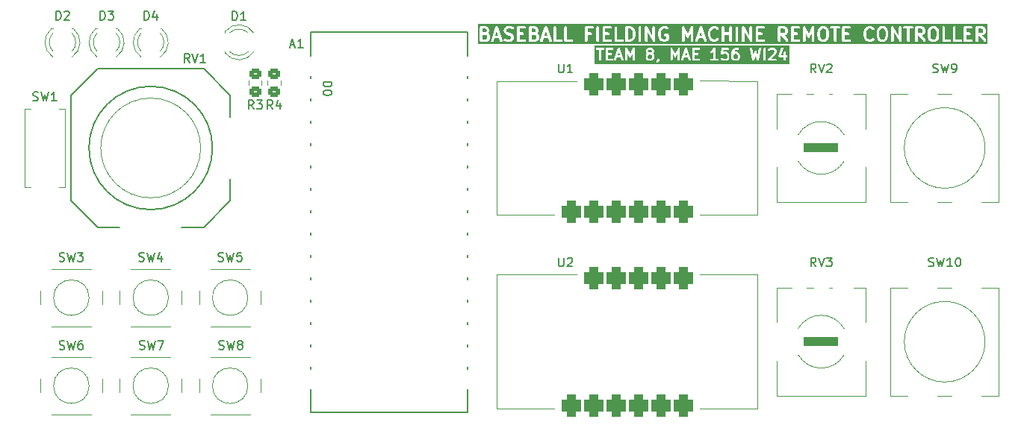
<source format=gto>
G04 #@! TF.GenerationSoftware,KiCad,Pcbnew,7.0.8*
G04 #@! TF.CreationDate,2024-01-12T01:57:03-08:00*
G04 #@! TF.ProjectId,rc_v1,72635f76-312e-46b6-9963-61645f706362,0*
G04 #@! TF.SameCoordinates,Original*
G04 #@! TF.FileFunction,Legend,Top*
G04 #@! TF.FilePolarity,Positive*
%FSLAX46Y46*%
G04 Gerber Fmt 4.6, Leading zero omitted, Abs format (unit mm)*
G04 Created by KiCad (PCBNEW 7.0.8) date 2024-01-12 01:57:03*
%MOMM*%
%LPD*%
G01*
G04 APERTURE LIST*
G04 Aperture macros list*
%AMRoundRect*
0 Rectangle with rounded corners*
0 $1 Rounding radius*
0 $2 $3 $4 $5 $6 $7 $8 $9 X,Y pos of 4 corners*
0 Add a 4 corners polygon primitive as box body*
4,1,4,$2,$3,$4,$5,$6,$7,$8,$9,$2,$3,0*
0 Add four circle primitives for the rounded corners*
1,1,$1+$1,$2,$3*
1,1,$1+$1,$4,$5*
1,1,$1+$1,$6,$7*
1,1,$1+$1,$8,$9*
0 Add four rect primitives between the rounded corners*
20,1,$1+$1,$2,$3,$4,$5,0*
20,1,$1+$1,$4,$5,$6,$7,0*
20,1,$1+$1,$6,$7,$8,$9,0*
20,1,$1+$1,$8,$9,$2,$3,0*%
G04 Aperture macros list end*
%ADD10C,0.300000*%
%ADD11C,0.250000*%
%ADD12C,0.150000*%
%ADD13C,0.120000*%
%ADD14C,0.100000*%
%ADD15C,0.127000*%
%ADD16R,4.000000X1.000000*%
%ADD17C,1.800000*%
%ADD18RoundRect,0.250000X0.450000X-0.350000X0.450000X0.350000X-0.450000X0.350000X-0.450000X-0.350000X0*%
%ADD19RoundRect,0.550000X-0.550000X-0.700000X0.550000X-0.700000X0.550000X0.700000X-0.550000X0.700000X0*%
%ADD20C,2.300000*%
%ADD21R,1.800000X1.800000*%
%ADD22O,3.000000X3.400000*%
%ADD23O,2.997200X1.727200*%
%ADD24R,2.997200X1.727200*%
%ADD25C,1.400000*%
%ADD26O,2.100000X1.200000*%
%ADD27C,1.600000*%
%ADD28O,3.000000X1.500000*%
%ADD29O,1.500000X3.000000*%
G04 APERTURE END LIST*
D10*
G36*
X144078743Y-76217647D02*
G01*
X144107920Y-76246824D01*
X144152627Y-76336237D01*
X144152627Y-76479704D01*
X144107920Y-76569117D01*
X144070915Y-76606122D01*
X143981503Y-76650828D01*
X143595484Y-76650828D01*
X143595484Y-76165114D01*
X143921141Y-76165114D01*
X144078743Y-76217647D01*
G37*
G36*
X143999488Y-75495535D02*
G01*
X144036492Y-75532539D01*
X144081199Y-75621952D01*
X144081199Y-75693989D01*
X144036492Y-75783402D01*
X143999488Y-75820407D01*
X143910074Y-75865114D01*
X143595484Y-75865114D01*
X143595484Y-75450828D01*
X143910074Y-75450828D01*
X143999488Y-75495535D01*
G37*
G36*
X149650171Y-76217647D02*
G01*
X149679348Y-76246824D01*
X149724055Y-76336237D01*
X149724055Y-76479704D01*
X149679348Y-76569117D01*
X149642343Y-76606122D01*
X149552931Y-76650828D01*
X149166912Y-76650828D01*
X149166912Y-76165114D01*
X149492569Y-76165114D01*
X149650171Y-76217647D01*
G37*
G36*
X149570916Y-75495535D02*
G01*
X149607920Y-75532539D01*
X149652627Y-75621952D01*
X149652627Y-75693989D01*
X149607920Y-75783402D01*
X149570916Y-75820407D01*
X149481502Y-75865114D01*
X149166912Y-75865114D01*
X149166912Y-75450828D01*
X149481502Y-75450828D01*
X149570916Y-75495535D01*
G37*
G36*
X160435885Y-75503361D02*
G01*
X160536492Y-75603968D01*
X160589671Y-75710327D01*
X160652627Y-75962148D01*
X160652627Y-76139507D01*
X160589671Y-76391328D01*
X160536492Y-76497688D01*
X160435886Y-76598294D01*
X160278284Y-76650828D01*
X160095484Y-76650828D01*
X160095484Y-75450828D01*
X160278287Y-75450828D01*
X160435885Y-75503361D01*
G37*
G36*
X177856633Y-75495535D02*
G01*
X177893637Y-75532539D01*
X177938343Y-75621951D01*
X177938343Y-75765418D01*
X177893636Y-75854831D01*
X177856631Y-75891836D01*
X177767219Y-75936542D01*
X177381200Y-75936542D01*
X177381200Y-75450828D01*
X177767219Y-75450828D01*
X177856633Y-75495535D01*
G37*
G36*
X182428061Y-75495535D02*
G01*
X182524327Y-75591801D01*
X182581201Y-75819292D01*
X182581201Y-76282363D01*
X182524327Y-76509854D01*
X182428060Y-76606122D01*
X182338648Y-76650828D01*
X182123754Y-76650828D01*
X182034340Y-76606121D01*
X181938073Y-76509854D01*
X181881201Y-76282364D01*
X181881201Y-75819291D01*
X181938073Y-75591802D01*
X182034340Y-75495534D01*
X182123754Y-75450828D01*
X182338648Y-75450828D01*
X182428061Y-75495535D01*
G37*
G36*
X189142347Y-75495535D02*
G01*
X189238613Y-75591801D01*
X189295487Y-75819292D01*
X189295487Y-76282363D01*
X189238613Y-76509854D01*
X189142346Y-76606122D01*
X189052934Y-76650828D01*
X188838040Y-76650828D01*
X188748626Y-76606121D01*
X188652359Y-76509854D01*
X188595487Y-76282364D01*
X188595487Y-75819291D01*
X188652359Y-75591802D01*
X188748626Y-75495534D01*
X188838040Y-75450828D01*
X189052934Y-75450828D01*
X189142347Y-75495535D01*
G37*
G36*
X193428063Y-75495535D02*
G01*
X193465067Y-75532539D01*
X193509773Y-75621951D01*
X193509773Y-75765418D01*
X193465066Y-75854831D01*
X193428061Y-75891836D01*
X193338649Y-75936542D01*
X192952630Y-75936542D01*
X192952630Y-75450828D01*
X193338649Y-75450828D01*
X193428063Y-75495535D01*
G37*
G36*
X194928062Y-75495535D02*
G01*
X195024328Y-75591801D01*
X195081202Y-75819292D01*
X195081202Y-76282363D01*
X195024328Y-76509854D01*
X194928061Y-76606122D01*
X194838649Y-76650828D01*
X194623755Y-76650828D01*
X194534341Y-76606121D01*
X194438074Y-76509854D01*
X194381202Y-76282364D01*
X194381202Y-75819291D01*
X194438074Y-75591802D01*
X194534341Y-75495534D01*
X194623755Y-75450828D01*
X194838649Y-75450828D01*
X194928062Y-75495535D01*
G37*
G36*
X200285207Y-75495535D02*
G01*
X200322211Y-75532539D01*
X200366917Y-75621951D01*
X200366917Y-75765418D01*
X200322210Y-75854831D01*
X200285205Y-75891836D01*
X200195793Y-75936542D01*
X199809774Y-75936542D01*
X199809774Y-75450828D01*
X200195793Y-75450828D01*
X200285207Y-75495535D01*
G37*
G36*
X145380229Y-76222257D02*
G01*
X145082170Y-76222257D01*
X145231199Y-75775169D01*
X145380229Y-76222257D01*
G37*
G36*
X150951657Y-76222257D02*
G01*
X150653598Y-76222257D01*
X150802627Y-75775169D01*
X150951657Y-76222257D01*
G37*
G36*
X168523087Y-76222257D02*
G01*
X168225028Y-76222257D01*
X168374057Y-75775169D01*
X168523087Y-76222257D01*
G37*
G36*
X200881203Y-77165114D02*
G01*
X143081198Y-77165114D01*
X143081198Y-76800828D01*
X143295484Y-76800828D01*
X143315580Y-76875828D01*
X143370484Y-76930732D01*
X143445484Y-76950828D01*
X144016913Y-76950828D01*
X144050216Y-76941904D01*
X144083995Y-76934992D01*
X144226852Y-76863564D01*
X144244921Y-76847540D01*
X144265836Y-76835466D01*
X144270402Y-76830900D01*
X144584244Y-76830900D01*
X144618969Y-76900349D01*
X144683765Y-76943130D01*
X144761271Y-76947783D01*
X144830720Y-76913058D01*
X144873501Y-76848262D01*
X144982170Y-76522257D01*
X145480229Y-76522257D01*
X145588897Y-76848262D01*
X145631678Y-76913059D01*
X145701127Y-76947783D01*
X145778633Y-76943131D01*
X145843430Y-76900349D01*
X145878154Y-76830900D01*
X145873502Y-76753394D01*
X145532170Y-75729400D01*
X146009770Y-75729400D01*
X146018693Y-75762703D01*
X146025606Y-75796482D01*
X146097034Y-75939339D01*
X146113057Y-75957408D01*
X146125133Y-75978324D01*
X146196562Y-76049752D01*
X146217476Y-76061826D01*
X146235545Y-76077849D01*
X146378401Y-76149278D01*
X146394627Y-76152598D01*
X146409104Y-76160635D01*
X146678842Y-76228069D01*
X146785201Y-76281248D01*
X146822205Y-76318253D01*
X146866913Y-76407667D01*
X146866913Y-76479703D01*
X146822205Y-76569117D01*
X146785202Y-76606121D01*
X146695789Y-76650828D01*
X146398399Y-76650828D01*
X146207204Y-76587097D01*
X146129698Y-76582445D01*
X146060249Y-76617170D01*
X146017467Y-76681966D01*
X146012815Y-76759472D01*
X146047540Y-76828921D01*
X146112336Y-76871703D01*
X146326622Y-76943131D01*
X146350730Y-76944578D01*
X146374056Y-76950828D01*
X146731198Y-76950828D01*
X146764503Y-76941903D01*
X146798279Y-76934992D01*
X146941138Y-76863564D01*
X146959207Y-76847540D01*
X146980123Y-76835465D01*
X147014760Y-76800828D01*
X147509769Y-76800828D01*
X147529865Y-76875828D01*
X147584769Y-76930732D01*
X147659769Y-76950828D01*
X148374055Y-76950828D01*
X148449055Y-76930732D01*
X148503959Y-76875828D01*
X148524055Y-76800828D01*
X148866912Y-76800828D01*
X148887008Y-76875828D01*
X148941912Y-76930732D01*
X149016912Y-76950828D01*
X149588341Y-76950828D01*
X149621644Y-76941904D01*
X149655423Y-76934992D01*
X149798280Y-76863564D01*
X149816349Y-76847540D01*
X149837264Y-76835466D01*
X149841830Y-76830900D01*
X150155672Y-76830900D01*
X150190397Y-76900349D01*
X150255193Y-76943130D01*
X150332699Y-76947783D01*
X150402148Y-76913058D01*
X150444929Y-76848262D01*
X150553598Y-76522257D01*
X151051657Y-76522257D01*
X151160325Y-76848262D01*
X151203106Y-76913059D01*
X151272555Y-76947783D01*
X151350061Y-76943131D01*
X151414858Y-76900349D01*
X151449582Y-76830900D01*
X151447777Y-76800828D01*
X151652626Y-76800828D01*
X151672722Y-76875828D01*
X151727626Y-76930732D01*
X151802626Y-76950828D01*
X152516912Y-76950828D01*
X152591912Y-76930732D01*
X152646816Y-76875828D01*
X152666912Y-76800828D01*
X152866912Y-76800828D01*
X152887008Y-76875828D01*
X152941912Y-76930732D01*
X153016912Y-76950828D01*
X153731198Y-76950828D01*
X153806198Y-76930732D01*
X153861102Y-76875828D01*
X153881198Y-76800828D01*
X155224055Y-76800828D01*
X155244151Y-76875828D01*
X155299055Y-76930732D01*
X155374055Y-76950828D01*
X155449055Y-76930732D01*
X155503959Y-76875828D01*
X155524055Y-76800828D01*
X156509769Y-76800828D01*
X156529865Y-76875828D01*
X156584769Y-76930732D01*
X156659769Y-76950828D01*
X156734769Y-76930732D01*
X156789673Y-76875828D01*
X156809769Y-76800828D01*
X157224055Y-76800828D01*
X157244151Y-76875828D01*
X157299055Y-76930732D01*
X157374055Y-76950828D01*
X158088341Y-76950828D01*
X158163341Y-76930732D01*
X158218245Y-76875828D01*
X158238341Y-76800828D01*
X158581198Y-76800828D01*
X158601294Y-76875828D01*
X158656198Y-76930732D01*
X158731198Y-76950828D01*
X159445484Y-76950828D01*
X159520484Y-76930732D01*
X159575388Y-76875828D01*
X159595484Y-76800828D01*
X159795484Y-76800828D01*
X159815580Y-76875828D01*
X159870484Y-76930732D01*
X159945484Y-76950828D01*
X160302627Y-76950828D01*
X160325952Y-76944578D01*
X160350061Y-76943131D01*
X160564347Y-76871703D01*
X160593122Y-76852703D01*
X160622979Y-76835466D01*
X160657617Y-76800828D01*
X161295484Y-76800828D01*
X161315580Y-76875828D01*
X161370484Y-76930732D01*
X161445484Y-76950828D01*
X161520484Y-76930732D01*
X161575388Y-76875828D01*
X161595484Y-76800828D01*
X162009770Y-76800828D01*
X162029866Y-76875828D01*
X162084770Y-76930732D01*
X162159770Y-76950828D01*
X162234770Y-76930732D01*
X162289674Y-76875828D01*
X162309770Y-76800828D01*
X162309770Y-75865661D01*
X162886677Y-76875249D01*
X162886919Y-76875493D01*
X162887009Y-76875828D01*
X162914229Y-76903048D01*
X162941335Y-76930397D01*
X162941669Y-76930488D01*
X162941913Y-76930732D01*
X162979013Y-76940672D01*
X163016245Y-76950827D01*
X163016580Y-76950738D01*
X163016913Y-76950828D01*
X163054012Y-76940887D01*
X163091334Y-76931065D01*
X163091579Y-76930821D01*
X163091913Y-76930732D01*
X163119077Y-76903567D01*
X163146482Y-76876406D01*
X163146573Y-76876071D01*
X163146817Y-76875828D01*
X163156757Y-76838727D01*
X163166912Y-76801496D01*
X163166823Y-76801160D01*
X163166913Y-76800828D01*
X163166913Y-76157971D01*
X163509771Y-76157971D01*
X163514561Y-76175848D01*
X163514250Y-76194351D01*
X163585678Y-76480065D01*
X163593714Y-76494542D01*
X163597035Y-76510767D01*
X163668464Y-76653624D01*
X163684486Y-76671693D01*
X163696562Y-76692608D01*
X163839419Y-76835466D01*
X163869278Y-76852705D01*
X163898051Y-76871703D01*
X164112337Y-76943131D01*
X164136445Y-76944578D01*
X164159771Y-76950828D01*
X164302628Y-76950828D01*
X164325953Y-76944578D01*
X164350062Y-76943131D01*
X164564348Y-76871703D01*
X164593123Y-76852703D01*
X164622981Y-76835465D01*
X164657618Y-76800828D01*
X166224056Y-76800828D01*
X166244152Y-76875828D01*
X166299056Y-76930732D01*
X166374056Y-76950828D01*
X166449056Y-76930732D01*
X166503960Y-76875828D01*
X166524056Y-76800828D01*
X166524056Y-75976961D01*
X166738129Y-76435690D01*
X166746636Y-76445822D01*
X166751158Y-76458257D01*
X166771213Y-76475095D01*
X166788056Y-76495156D01*
X166800492Y-76499678D01*
X166810623Y-76508184D01*
X166836407Y-76512738D01*
X166861027Y-76521691D01*
X166874058Y-76519389D01*
X166887085Y-76521690D01*
X166911693Y-76512741D01*
X166937489Y-76508185D01*
X166947623Y-76499675D01*
X166960056Y-76495155D01*
X166976893Y-76475100D01*
X166996954Y-76458258D01*
X167001476Y-76445821D01*
X167009983Y-76435690D01*
X167224056Y-75976962D01*
X167224056Y-76800828D01*
X167244152Y-76875828D01*
X167299056Y-76930732D01*
X167374056Y-76950828D01*
X167449056Y-76930732D01*
X167503960Y-76875828D01*
X167515998Y-76830900D01*
X167727102Y-76830900D01*
X167761827Y-76900349D01*
X167826623Y-76943130D01*
X167904129Y-76947783D01*
X167973578Y-76913058D01*
X168016359Y-76848262D01*
X168125028Y-76522257D01*
X168623087Y-76522257D01*
X168731755Y-76848262D01*
X168774536Y-76913059D01*
X168843985Y-76947783D01*
X168921491Y-76943131D01*
X168986288Y-76900349D01*
X169021012Y-76830900D01*
X169016360Y-76753394D01*
X168817885Y-76157971D01*
X169152628Y-76157971D01*
X169157418Y-76175848D01*
X169157107Y-76194351D01*
X169228535Y-76480065D01*
X169236571Y-76494542D01*
X169239892Y-76510767D01*
X169311321Y-76653624D01*
X169327343Y-76671693D01*
X169339419Y-76692608D01*
X169482276Y-76835466D01*
X169512135Y-76852705D01*
X169540908Y-76871703D01*
X169755194Y-76943131D01*
X169779302Y-76944578D01*
X169802628Y-76950828D01*
X169945485Y-76950828D01*
X169968810Y-76944578D01*
X169992919Y-76943131D01*
X170207205Y-76871703D01*
X170235980Y-76852703D01*
X170265838Y-76835465D01*
X170300475Y-76800828D01*
X170724056Y-76800828D01*
X170744152Y-76875828D01*
X170799056Y-76930732D01*
X170874056Y-76950828D01*
X170949056Y-76930732D01*
X171003960Y-76875828D01*
X171024056Y-76800828D01*
X171024056Y-76165114D01*
X171581199Y-76165114D01*
X171581199Y-76800828D01*
X171601295Y-76875828D01*
X171656199Y-76930732D01*
X171731199Y-76950828D01*
X171806199Y-76930732D01*
X171861103Y-76875828D01*
X171881199Y-76800828D01*
X172295485Y-76800828D01*
X172315581Y-76875828D01*
X172370485Y-76930732D01*
X172445485Y-76950828D01*
X172520485Y-76930732D01*
X172575389Y-76875828D01*
X172595485Y-76800828D01*
X173009771Y-76800828D01*
X173029867Y-76875828D01*
X173084771Y-76930732D01*
X173159771Y-76950828D01*
X173234771Y-76930732D01*
X173289675Y-76875828D01*
X173309771Y-76800828D01*
X173309771Y-75865661D01*
X173886678Y-76875249D01*
X173886920Y-76875493D01*
X173887010Y-76875828D01*
X173914230Y-76903048D01*
X173941336Y-76930397D01*
X173941670Y-76930488D01*
X173941914Y-76930732D01*
X173979014Y-76940672D01*
X174016246Y-76950827D01*
X174016581Y-76950738D01*
X174016914Y-76950828D01*
X174054013Y-76940887D01*
X174091335Y-76931065D01*
X174091580Y-76930821D01*
X174091914Y-76930732D01*
X174119078Y-76903567D01*
X174146483Y-76876406D01*
X174146574Y-76876071D01*
X174146818Y-76875828D01*
X174156758Y-76838727D01*
X174166913Y-76801496D01*
X174166824Y-76801160D01*
X174166914Y-76800828D01*
X174581200Y-76800828D01*
X174601296Y-76875828D01*
X174656200Y-76930732D01*
X174731200Y-76950828D01*
X175445486Y-76950828D01*
X175520486Y-76930732D01*
X175575390Y-76875828D01*
X175595486Y-76800828D01*
X177081200Y-76800828D01*
X177101296Y-76875828D01*
X177156200Y-76930732D01*
X177231200Y-76950828D01*
X177306200Y-76930732D01*
X177361104Y-76875828D01*
X177381200Y-76800828D01*
X177381200Y-76236542D01*
X177510245Y-76236542D01*
X177965458Y-76886847D01*
X178024931Y-76936765D01*
X178101396Y-76950259D01*
X178174362Y-76923713D01*
X178224280Y-76864240D01*
X178235470Y-76800828D01*
X178581200Y-76800828D01*
X178601296Y-76875828D01*
X178656200Y-76930732D01*
X178731200Y-76950828D01*
X179445486Y-76950828D01*
X179520486Y-76930732D01*
X179575390Y-76875828D01*
X179595486Y-76800828D01*
X179938343Y-76800828D01*
X179958439Y-76875828D01*
X180013343Y-76930732D01*
X180088343Y-76950828D01*
X180163343Y-76930732D01*
X180218247Y-76875828D01*
X180238343Y-76800828D01*
X180238343Y-75976961D01*
X180452416Y-76435690D01*
X180460923Y-76445822D01*
X180465445Y-76458257D01*
X180485500Y-76475095D01*
X180502343Y-76495156D01*
X180514779Y-76499678D01*
X180524910Y-76508184D01*
X180550694Y-76512738D01*
X180575314Y-76521691D01*
X180588345Y-76519389D01*
X180601372Y-76521690D01*
X180625980Y-76512741D01*
X180651776Y-76508185D01*
X180661910Y-76499675D01*
X180674343Y-76495155D01*
X180691180Y-76475100D01*
X180711241Y-76458258D01*
X180715763Y-76445821D01*
X180724270Y-76435690D01*
X180938343Y-75976962D01*
X180938343Y-76800828D01*
X180958439Y-76875828D01*
X181013343Y-76930732D01*
X181088343Y-76950828D01*
X181163343Y-76930732D01*
X181218247Y-76875828D01*
X181238343Y-76800828D01*
X181238343Y-76300828D01*
X181581201Y-76300828D01*
X181585991Y-76318705D01*
X181585680Y-76337208D01*
X181657108Y-76622922D01*
X181657740Y-76624060D01*
X181657740Y-76625365D01*
X181676552Y-76657948D01*
X181694794Y-76690809D01*
X181695911Y-76691479D01*
X181696563Y-76692608D01*
X181839421Y-76835466D01*
X181860335Y-76847540D01*
X181878405Y-76863564D01*
X182021263Y-76934992D01*
X182055038Y-76941903D01*
X182088344Y-76950828D01*
X182374058Y-76950828D01*
X182407361Y-76941904D01*
X182441140Y-76934992D01*
X182583997Y-76863564D01*
X182602066Y-76847540D01*
X182622981Y-76835466D01*
X182765838Y-76692608D01*
X182766489Y-76691479D01*
X182767607Y-76690809D01*
X182785863Y-76657922D01*
X182804661Y-76625364D01*
X182804661Y-76624061D01*
X182805293Y-76622923D01*
X182876722Y-76337209D01*
X182876410Y-76318704D01*
X182881201Y-76300828D01*
X182881201Y-75800828D01*
X182876410Y-75782951D01*
X182876722Y-75764447D01*
X182805293Y-75478733D01*
X182804661Y-75477594D01*
X182804661Y-75476291D01*
X182785855Y-75443719D01*
X182767607Y-75410847D01*
X182766489Y-75410176D01*
X182765838Y-75409048D01*
X182657618Y-75300828D01*
X183009773Y-75300828D01*
X183029869Y-75375828D01*
X183084773Y-75430732D01*
X183159773Y-75450828D01*
X183438344Y-75450828D01*
X183438344Y-76800828D01*
X183458440Y-76875828D01*
X183513344Y-76930732D01*
X183588344Y-76950828D01*
X183663344Y-76930732D01*
X183718248Y-76875828D01*
X183738344Y-76800828D01*
X184366915Y-76800828D01*
X184387011Y-76875828D01*
X184441915Y-76930732D01*
X184516915Y-76950828D01*
X185231201Y-76950828D01*
X185306201Y-76930732D01*
X185361105Y-76875828D01*
X185381201Y-76800828D01*
X185361105Y-76725828D01*
X185306201Y-76670924D01*
X185231201Y-76650828D01*
X184666915Y-76650828D01*
X184666915Y-76165114D01*
X185016915Y-76165114D01*
X185043573Y-76157971D01*
X186795487Y-76157971D01*
X186800277Y-76175848D01*
X186799966Y-76194351D01*
X186871394Y-76480065D01*
X186879430Y-76494542D01*
X186882751Y-76510767D01*
X186954180Y-76653624D01*
X186970202Y-76671693D01*
X186982278Y-76692608D01*
X187125135Y-76835466D01*
X187154994Y-76852705D01*
X187183767Y-76871703D01*
X187398053Y-76943131D01*
X187422161Y-76944578D01*
X187445487Y-76950828D01*
X187588344Y-76950828D01*
X187611669Y-76944578D01*
X187635778Y-76943131D01*
X187850064Y-76871703D01*
X187878839Y-76852703D01*
X187908697Y-76835465D01*
X187980125Y-76764036D01*
X188018947Y-76696793D01*
X188018947Y-76619147D01*
X187980123Y-76551904D01*
X187912880Y-76513082D01*
X187835234Y-76513082D01*
X187767991Y-76551906D01*
X187721603Y-76598294D01*
X187564001Y-76650828D01*
X187469830Y-76650828D01*
X187312227Y-76598294D01*
X187211622Y-76497688D01*
X187158441Y-76391328D01*
X187135816Y-76300828D01*
X188295487Y-76300828D01*
X188300277Y-76318705D01*
X188299966Y-76337208D01*
X188371394Y-76622922D01*
X188372026Y-76624060D01*
X188372026Y-76625365D01*
X188390838Y-76657948D01*
X188409080Y-76690809D01*
X188410197Y-76691479D01*
X188410849Y-76692608D01*
X188553707Y-76835466D01*
X188574621Y-76847540D01*
X188592691Y-76863564D01*
X188735549Y-76934992D01*
X188769324Y-76941903D01*
X188802630Y-76950828D01*
X189088344Y-76950828D01*
X189121647Y-76941904D01*
X189155426Y-76934992D01*
X189298283Y-76863564D01*
X189316352Y-76847540D01*
X189337267Y-76835466D01*
X189371905Y-76800828D01*
X189938344Y-76800828D01*
X189958440Y-76875828D01*
X190013344Y-76930732D01*
X190088344Y-76950828D01*
X190163344Y-76930732D01*
X190218248Y-76875828D01*
X190238344Y-76800828D01*
X190238344Y-75865661D01*
X190815251Y-76875249D01*
X190815493Y-76875493D01*
X190815583Y-76875828D01*
X190842803Y-76903048D01*
X190869909Y-76930397D01*
X190870243Y-76930488D01*
X190870487Y-76930732D01*
X190907587Y-76940672D01*
X190944819Y-76950827D01*
X190945154Y-76950738D01*
X190945487Y-76950828D01*
X190982586Y-76940887D01*
X191019908Y-76931065D01*
X191020153Y-76930821D01*
X191020487Y-76930732D01*
X191047651Y-76903567D01*
X191075056Y-76876406D01*
X191075147Y-76876071D01*
X191075391Y-76875828D01*
X191085331Y-76838727D01*
X191095486Y-76801496D01*
X191095397Y-76801160D01*
X191095487Y-76800828D01*
X191095487Y-75300828D01*
X191295488Y-75300828D01*
X191315584Y-75375828D01*
X191370488Y-75430732D01*
X191445488Y-75450828D01*
X191724059Y-75450828D01*
X191724059Y-76800828D01*
X191744155Y-76875828D01*
X191799059Y-76930732D01*
X191874059Y-76950828D01*
X191949059Y-76930732D01*
X192003963Y-76875828D01*
X192024059Y-76800828D01*
X192652630Y-76800828D01*
X192672726Y-76875828D01*
X192727630Y-76930732D01*
X192802630Y-76950828D01*
X192877630Y-76930732D01*
X192932534Y-76875828D01*
X192952630Y-76800828D01*
X192952630Y-76236542D01*
X193081675Y-76236542D01*
X193536888Y-76886847D01*
X193596361Y-76936765D01*
X193672826Y-76950259D01*
X193745792Y-76923713D01*
X193795710Y-76864240D01*
X193809204Y-76787775D01*
X193782658Y-76714809D01*
X193492871Y-76300828D01*
X194081202Y-76300828D01*
X194085992Y-76318705D01*
X194085681Y-76337208D01*
X194157109Y-76622922D01*
X194157741Y-76624060D01*
X194157741Y-76625365D01*
X194176553Y-76657948D01*
X194194795Y-76690809D01*
X194195912Y-76691479D01*
X194196564Y-76692608D01*
X194339422Y-76835466D01*
X194360336Y-76847540D01*
X194378406Y-76863564D01*
X194521264Y-76934992D01*
X194555039Y-76941903D01*
X194588345Y-76950828D01*
X194874059Y-76950828D01*
X194907362Y-76941904D01*
X194941141Y-76934992D01*
X195083998Y-76863564D01*
X195102067Y-76847540D01*
X195122982Y-76835466D01*
X195157620Y-76800828D01*
X195724059Y-76800828D01*
X195744155Y-76875828D01*
X195799059Y-76930732D01*
X195874059Y-76950828D01*
X196588345Y-76950828D01*
X196663345Y-76930732D01*
X196718249Y-76875828D01*
X196738345Y-76800828D01*
X196938345Y-76800828D01*
X196958441Y-76875828D01*
X197013345Y-76930732D01*
X197088345Y-76950828D01*
X197802631Y-76950828D01*
X197877631Y-76930732D01*
X197932535Y-76875828D01*
X197952631Y-76800828D01*
X198152631Y-76800828D01*
X198172727Y-76875828D01*
X198227631Y-76930732D01*
X198302631Y-76950828D01*
X199016917Y-76950828D01*
X199091917Y-76930732D01*
X199146821Y-76875828D01*
X199166917Y-76800828D01*
X199509774Y-76800828D01*
X199529870Y-76875828D01*
X199584774Y-76930732D01*
X199659774Y-76950828D01*
X199734774Y-76930732D01*
X199789678Y-76875828D01*
X199809774Y-76800828D01*
X199809774Y-76236542D01*
X199938819Y-76236542D01*
X200394032Y-76886847D01*
X200453505Y-76936765D01*
X200529970Y-76950259D01*
X200602936Y-76923713D01*
X200652854Y-76864240D01*
X200666348Y-76787775D01*
X200639802Y-76714809D01*
X200294475Y-76221485D01*
X200298285Y-76220706D01*
X200441142Y-76149278D01*
X200459211Y-76133254D01*
X200480126Y-76121180D01*
X200551555Y-76049751D01*
X200563629Y-76028836D01*
X200579653Y-76010767D01*
X200651081Y-75867909D01*
X200657992Y-75834133D01*
X200666917Y-75800828D01*
X200666917Y-75586542D01*
X200657992Y-75553236D01*
X200651081Y-75519461D01*
X200579653Y-75376603D01*
X200563629Y-75358533D01*
X200551554Y-75337618D01*
X200480125Y-75266190D01*
X200459210Y-75254115D01*
X200441142Y-75238093D01*
X200298285Y-75166664D01*
X200264504Y-75159751D01*
X200231203Y-75150828D01*
X199659774Y-75150828D01*
X199584774Y-75170924D01*
X199529870Y-75225828D01*
X199509774Y-75300828D01*
X199509774Y-76800828D01*
X199166917Y-76800828D01*
X199146821Y-76725828D01*
X199091917Y-76670924D01*
X199016917Y-76650828D01*
X198452631Y-76650828D01*
X198452631Y-76165114D01*
X198802631Y-76165114D01*
X198877631Y-76145018D01*
X198932535Y-76090114D01*
X198952631Y-76015114D01*
X198932535Y-75940114D01*
X198877631Y-75885210D01*
X198802631Y-75865114D01*
X198452631Y-75865114D01*
X198452631Y-75450828D01*
X199016917Y-75450828D01*
X199091917Y-75430732D01*
X199146821Y-75375828D01*
X199166917Y-75300828D01*
X199146821Y-75225828D01*
X199091917Y-75170924D01*
X199016917Y-75150828D01*
X198302631Y-75150828D01*
X198227631Y-75170924D01*
X198172727Y-75225828D01*
X198152631Y-75300828D01*
X198152631Y-76800828D01*
X197952631Y-76800828D01*
X197932535Y-76725828D01*
X197877631Y-76670924D01*
X197802631Y-76650828D01*
X197238345Y-76650828D01*
X197238345Y-75300828D01*
X197218249Y-75225828D01*
X197163345Y-75170924D01*
X197088345Y-75150828D01*
X197013345Y-75170924D01*
X196958441Y-75225828D01*
X196938345Y-75300828D01*
X196938345Y-76800828D01*
X196738345Y-76800828D01*
X196718249Y-76725828D01*
X196663345Y-76670924D01*
X196588345Y-76650828D01*
X196024059Y-76650828D01*
X196024059Y-75300828D01*
X196003963Y-75225828D01*
X195949059Y-75170924D01*
X195874059Y-75150828D01*
X195799059Y-75170924D01*
X195744155Y-75225828D01*
X195724059Y-75300828D01*
X195724059Y-76800828D01*
X195157620Y-76800828D01*
X195265839Y-76692608D01*
X195266490Y-76691479D01*
X195267608Y-76690809D01*
X195285864Y-76657922D01*
X195304662Y-76625364D01*
X195304662Y-76624061D01*
X195305294Y-76622923D01*
X195376723Y-76337209D01*
X195376411Y-76318704D01*
X195381202Y-76300828D01*
X195381202Y-75800828D01*
X195376411Y-75782951D01*
X195376723Y-75764447D01*
X195305294Y-75478733D01*
X195304662Y-75477594D01*
X195304662Y-75476291D01*
X195285856Y-75443719D01*
X195267608Y-75410847D01*
X195266490Y-75410176D01*
X195265839Y-75409048D01*
X195122982Y-75266191D01*
X195102066Y-75254115D01*
X195083998Y-75238093D01*
X194941141Y-75166664D01*
X194907360Y-75159751D01*
X194874059Y-75150828D01*
X194588345Y-75150828D01*
X194555044Y-75159750D01*
X194521262Y-75166664D01*
X194378406Y-75238093D01*
X194360336Y-75254115D01*
X194339422Y-75266191D01*
X194196564Y-75409048D01*
X194195912Y-75410176D01*
X194194795Y-75410847D01*
X194176553Y-75443707D01*
X194157741Y-75476291D01*
X194157741Y-75477595D01*
X194157109Y-75478734D01*
X194085681Y-75764448D01*
X194085992Y-75782950D01*
X194081202Y-75800828D01*
X194081202Y-76300828D01*
X193492871Y-76300828D01*
X193437331Y-76221485D01*
X193441141Y-76220706D01*
X193583998Y-76149278D01*
X193602067Y-76133254D01*
X193622982Y-76121180D01*
X193694411Y-76049751D01*
X193706485Y-76028836D01*
X193722509Y-76010767D01*
X193793937Y-75867909D01*
X193800848Y-75834133D01*
X193809773Y-75800828D01*
X193809773Y-75586542D01*
X193800848Y-75553236D01*
X193793937Y-75519461D01*
X193722509Y-75376603D01*
X193706485Y-75358533D01*
X193694410Y-75337618D01*
X193622981Y-75266190D01*
X193602066Y-75254115D01*
X193583998Y-75238093D01*
X193441141Y-75166664D01*
X193407360Y-75159751D01*
X193374059Y-75150828D01*
X192802630Y-75150828D01*
X192727630Y-75170924D01*
X192672726Y-75225828D01*
X192652630Y-75300828D01*
X192652630Y-76800828D01*
X192024059Y-76800828D01*
X192024059Y-75450828D01*
X192302631Y-75450828D01*
X192377631Y-75430732D01*
X192432535Y-75375828D01*
X192452631Y-75300828D01*
X192432535Y-75225828D01*
X192377631Y-75170924D01*
X192302631Y-75150828D01*
X191445488Y-75150828D01*
X191370488Y-75170924D01*
X191315584Y-75225828D01*
X191295488Y-75300828D01*
X191095487Y-75300828D01*
X191075391Y-75225828D01*
X191020487Y-75170924D01*
X190945487Y-75150828D01*
X190870487Y-75170924D01*
X190815583Y-75225828D01*
X190795487Y-75300828D01*
X190795487Y-76235992D01*
X190218580Y-75226407D01*
X190218337Y-75226162D01*
X190218248Y-75225828D01*
X190191027Y-75198607D01*
X190163922Y-75171259D01*
X190163587Y-75171167D01*
X190163344Y-75170924D01*
X190126243Y-75160983D01*
X190089012Y-75150829D01*
X190088676Y-75150917D01*
X190088344Y-75150828D01*
X190051138Y-75160797D01*
X190013923Y-75170592D01*
X190013678Y-75170834D01*
X190013344Y-75170924D01*
X189986123Y-75198144D01*
X189958775Y-75225250D01*
X189958683Y-75225584D01*
X189958440Y-75225828D01*
X189948499Y-75262928D01*
X189938345Y-75300160D01*
X189938433Y-75300495D01*
X189938344Y-75300828D01*
X189938344Y-76800828D01*
X189371905Y-76800828D01*
X189480124Y-76692608D01*
X189480775Y-76691479D01*
X189481893Y-76690809D01*
X189500149Y-76657922D01*
X189518947Y-76625364D01*
X189518947Y-76624061D01*
X189519579Y-76622923D01*
X189591008Y-76337209D01*
X189590696Y-76318704D01*
X189595487Y-76300828D01*
X189595487Y-75800828D01*
X189590696Y-75782951D01*
X189591008Y-75764447D01*
X189519579Y-75478733D01*
X189518947Y-75477594D01*
X189518947Y-75476291D01*
X189500141Y-75443719D01*
X189481893Y-75410847D01*
X189480775Y-75410176D01*
X189480124Y-75409048D01*
X189337267Y-75266191D01*
X189316351Y-75254115D01*
X189298283Y-75238093D01*
X189155426Y-75166664D01*
X189121645Y-75159751D01*
X189088344Y-75150828D01*
X188802630Y-75150828D01*
X188769329Y-75159750D01*
X188735547Y-75166664D01*
X188592691Y-75238093D01*
X188574621Y-75254115D01*
X188553707Y-75266191D01*
X188410849Y-75409048D01*
X188410197Y-75410176D01*
X188409080Y-75410847D01*
X188390838Y-75443707D01*
X188372026Y-75476291D01*
X188372026Y-75477595D01*
X188371394Y-75478734D01*
X188299966Y-75764448D01*
X188300277Y-75782950D01*
X188295487Y-75800828D01*
X188295487Y-76300828D01*
X187135816Y-76300828D01*
X187095487Y-76139507D01*
X187095487Y-75962148D01*
X187158441Y-75710327D01*
X187211622Y-75603967D01*
X187312228Y-75503361D01*
X187469830Y-75450828D01*
X187564004Y-75450828D01*
X187721602Y-75503361D01*
X187767992Y-75549751D01*
X187835235Y-75588574D01*
X187912881Y-75588574D01*
X187980124Y-75549751D01*
X188018947Y-75482508D01*
X188018947Y-75404862D01*
X187980124Y-75337619D01*
X187908696Y-75266191D01*
X187878839Y-75248953D01*
X187850064Y-75229954D01*
X187635778Y-75158526D01*
X187611672Y-75157078D01*
X187588344Y-75150828D01*
X187445487Y-75150828D01*
X187422158Y-75157078D01*
X187398052Y-75158526D01*
X187183767Y-75229955D01*
X187154994Y-75248951D01*
X187125135Y-75266191D01*
X186982278Y-75409048D01*
X186970202Y-75429963D01*
X186954180Y-75448032D01*
X186882751Y-75590889D01*
X186879430Y-75607113D01*
X186871394Y-75621591D01*
X186799966Y-75907305D01*
X186800277Y-75925807D01*
X186795487Y-75943685D01*
X186795487Y-76157971D01*
X185043573Y-76157971D01*
X185091915Y-76145018D01*
X185146819Y-76090114D01*
X185166915Y-76015114D01*
X185146819Y-75940114D01*
X185091915Y-75885210D01*
X185016915Y-75865114D01*
X184666915Y-75865114D01*
X184666915Y-75450828D01*
X185231201Y-75450828D01*
X185306201Y-75430732D01*
X185361105Y-75375828D01*
X185381201Y-75300828D01*
X185361105Y-75225828D01*
X185306201Y-75170924D01*
X185231201Y-75150828D01*
X184516915Y-75150828D01*
X184441915Y-75170924D01*
X184387011Y-75225828D01*
X184366915Y-75300828D01*
X184366915Y-76800828D01*
X183738344Y-76800828D01*
X183738344Y-75450828D01*
X184016916Y-75450828D01*
X184091916Y-75430732D01*
X184146820Y-75375828D01*
X184166916Y-75300828D01*
X184146820Y-75225828D01*
X184091916Y-75170924D01*
X184016916Y-75150828D01*
X183159773Y-75150828D01*
X183084773Y-75170924D01*
X183029869Y-75225828D01*
X183009773Y-75300828D01*
X182657618Y-75300828D01*
X182622981Y-75266191D01*
X182602065Y-75254115D01*
X182583997Y-75238093D01*
X182441140Y-75166664D01*
X182407359Y-75159751D01*
X182374058Y-75150828D01*
X182088344Y-75150828D01*
X182055043Y-75159750D01*
X182021261Y-75166664D01*
X181878405Y-75238093D01*
X181860335Y-75254115D01*
X181839421Y-75266191D01*
X181696563Y-75409048D01*
X181695911Y-75410176D01*
X181694794Y-75410847D01*
X181676552Y-75443707D01*
X181657740Y-75476291D01*
X181657740Y-75477595D01*
X181657108Y-75478734D01*
X181585680Y-75764448D01*
X181585991Y-75782950D01*
X181581201Y-75800828D01*
X181581201Y-76300828D01*
X181238343Y-76300828D01*
X181238343Y-75300828D01*
X181236614Y-75294375D01*
X181237776Y-75287798D01*
X181226663Y-75257237D01*
X181218247Y-75225828D01*
X181213523Y-75221104D01*
X181211241Y-75214827D01*
X181186334Y-75193915D01*
X181163343Y-75170924D01*
X181156892Y-75169195D01*
X181151776Y-75164900D01*
X181119745Y-75159242D01*
X181088343Y-75150828D01*
X181081893Y-75152556D01*
X181075314Y-75151394D01*
X181044746Y-75162509D01*
X181013343Y-75170924D01*
X181008620Y-75175646D01*
X181002343Y-75177929D01*
X180981433Y-75202833D01*
X180958439Y-75225828D01*
X180956710Y-75232280D01*
X180952416Y-75237395D01*
X180588343Y-76017551D01*
X180224270Y-75237395D01*
X180219975Y-75232280D01*
X180218247Y-75225828D01*
X180195249Y-75202830D01*
X180174343Y-75177930D01*
X180168066Y-75175647D01*
X180163343Y-75170924D01*
X180131929Y-75162506D01*
X180101372Y-75151395D01*
X180094794Y-75152556D01*
X180088343Y-75150828D01*
X180056929Y-75159245D01*
X180024910Y-75164901D01*
X180019795Y-75169195D01*
X180013343Y-75170924D01*
X179990345Y-75193921D01*
X179965445Y-75214828D01*
X179963162Y-75221104D01*
X179958439Y-75225828D01*
X179950021Y-75257241D01*
X179938910Y-75287799D01*
X179940071Y-75294376D01*
X179938343Y-75300828D01*
X179938343Y-76800828D01*
X179595486Y-76800828D01*
X179575390Y-76725828D01*
X179520486Y-76670924D01*
X179445486Y-76650828D01*
X178881200Y-76650828D01*
X178881200Y-76165114D01*
X179231200Y-76165114D01*
X179306200Y-76145018D01*
X179361104Y-76090114D01*
X179381200Y-76015114D01*
X179361104Y-75940114D01*
X179306200Y-75885210D01*
X179231200Y-75865114D01*
X178881200Y-75865114D01*
X178881200Y-75450828D01*
X179445486Y-75450828D01*
X179520486Y-75430732D01*
X179575390Y-75375828D01*
X179595486Y-75300828D01*
X179575390Y-75225828D01*
X179520486Y-75170924D01*
X179445486Y-75150828D01*
X178731200Y-75150828D01*
X178656200Y-75170924D01*
X178601296Y-75225828D01*
X178581200Y-75300828D01*
X178581200Y-76800828D01*
X178235470Y-76800828D01*
X178237774Y-76787775D01*
X178211228Y-76714809D01*
X177865901Y-76221485D01*
X177869711Y-76220706D01*
X178012568Y-76149278D01*
X178030637Y-76133254D01*
X178051552Y-76121180D01*
X178122981Y-76049751D01*
X178135055Y-76028836D01*
X178151079Y-76010767D01*
X178222507Y-75867909D01*
X178229418Y-75834133D01*
X178238343Y-75800828D01*
X178238343Y-75586542D01*
X178229418Y-75553236D01*
X178222507Y-75519461D01*
X178151079Y-75376603D01*
X178135055Y-75358533D01*
X178122980Y-75337618D01*
X178051551Y-75266190D01*
X178030636Y-75254115D01*
X178012568Y-75238093D01*
X177869711Y-75166664D01*
X177835930Y-75159751D01*
X177802629Y-75150828D01*
X177231200Y-75150828D01*
X177156200Y-75170924D01*
X177101296Y-75225828D01*
X177081200Y-75300828D01*
X177081200Y-76800828D01*
X175595486Y-76800828D01*
X175575390Y-76725828D01*
X175520486Y-76670924D01*
X175445486Y-76650828D01*
X174881200Y-76650828D01*
X174881200Y-76165114D01*
X175231200Y-76165114D01*
X175306200Y-76145018D01*
X175361104Y-76090114D01*
X175381200Y-76015114D01*
X175361104Y-75940114D01*
X175306200Y-75885210D01*
X175231200Y-75865114D01*
X174881200Y-75865114D01*
X174881200Y-75450828D01*
X175445486Y-75450828D01*
X175520486Y-75430732D01*
X175575390Y-75375828D01*
X175595486Y-75300828D01*
X175575390Y-75225828D01*
X175520486Y-75170924D01*
X175445486Y-75150828D01*
X174731200Y-75150828D01*
X174656200Y-75170924D01*
X174601296Y-75225828D01*
X174581200Y-75300828D01*
X174581200Y-76800828D01*
X174166914Y-76800828D01*
X174166914Y-75300828D01*
X174146818Y-75225828D01*
X174091914Y-75170924D01*
X174016914Y-75150828D01*
X173941914Y-75170924D01*
X173887010Y-75225828D01*
X173866914Y-75300828D01*
X173866914Y-76235992D01*
X173290007Y-75226407D01*
X173289764Y-75226162D01*
X173289675Y-75225828D01*
X173262454Y-75198607D01*
X173235349Y-75171259D01*
X173235014Y-75171167D01*
X173234771Y-75170924D01*
X173197670Y-75160983D01*
X173160439Y-75150829D01*
X173160103Y-75150917D01*
X173159771Y-75150828D01*
X173122565Y-75160797D01*
X173085350Y-75170592D01*
X173085105Y-75170834D01*
X173084771Y-75170924D01*
X173057550Y-75198144D01*
X173030202Y-75225250D01*
X173030110Y-75225584D01*
X173029867Y-75225828D01*
X173019926Y-75262928D01*
X173009772Y-75300160D01*
X173009860Y-75300495D01*
X173009771Y-75300828D01*
X173009771Y-76800828D01*
X172595485Y-76800828D01*
X172595485Y-75300828D01*
X172575389Y-75225828D01*
X172520485Y-75170924D01*
X172445485Y-75150828D01*
X172370485Y-75170924D01*
X172315581Y-75225828D01*
X172295485Y-75300828D01*
X172295485Y-76800828D01*
X171881199Y-76800828D01*
X171881199Y-75300828D01*
X171861103Y-75225828D01*
X171806199Y-75170924D01*
X171731199Y-75150828D01*
X171656199Y-75170924D01*
X171601295Y-75225828D01*
X171581199Y-75300828D01*
X171581199Y-75865114D01*
X171024056Y-75865114D01*
X171024056Y-75300828D01*
X171003960Y-75225828D01*
X170949056Y-75170924D01*
X170874056Y-75150828D01*
X170799056Y-75170924D01*
X170744152Y-75225828D01*
X170724056Y-75300828D01*
X170724056Y-76800828D01*
X170300475Y-76800828D01*
X170337266Y-76764036D01*
X170376088Y-76696793D01*
X170376088Y-76619147D01*
X170337264Y-76551904D01*
X170270021Y-76513082D01*
X170192375Y-76513082D01*
X170125132Y-76551906D01*
X170078744Y-76598294D01*
X169921142Y-76650828D01*
X169826971Y-76650828D01*
X169669368Y-76598294D01*
X169568763Y-76497688D01*
X169515582Y-76391328D01*
X169452628Y-76139507D01*
X169452628Y-75962148D01*
X169515582Y-75710327D01*
X169568763Y-75603967D01*
X169669369Y-75503361D01*
X169826971Y-75450828D01*
X169921145Y-75450828D01*
X170078743Y-75503361D01*
X170125133Y-75549751D01*
X170192376Y-75588574D01*
X170270022Y-75588574D01*
X170337265Y-75549751D01*
X170376088Y-75482508D01*
X170376088Y-75404862D01*
X170337265Y-75337619D01*
X170265837Y-75266191D01*
X170235980Y-75248953D01*
X170207205Y-75229954D01*
X169992919Y-75158526D01*
X169968813Y-75157078D01*
X169945485Y-75150828D01*
X169802628Y-75150828D01*
X169779299Y-75157078D01*
X169755193Y-75158526D01*
X169540908Y-75229955D01*
X169512135Y-75248951D01*
X169482276Y-75266191D01*
X169339419Y-75409048D01*
X169327343Y-75429963D01*
X169311321Y-75448032D01*
X169239892Y-75590889D01*
X169236571Y-75607113D01*
X169228535Y-75621591D01*
X169157107Y-75907305D01*
X169157418Y-75925807D01*
X169152628Y-75943685D01*
X169152628Y-76157971D01*
X168817885Y-76157971D01*
X168516359Y-75253394D01*
X168499763Y-75228258D01*
X168486288Y-75201307D01*
X168478631Y-75196251D01*
X168473578Y-75188598D01*
X168446635Y-75175126D01*
X168421491Y-75158525D01*
X168412333Y-75157975D01*
X168404129Y-75153873D01*
X168374060Y-75155678D01*
X168343985Y-75153873D01*
X168335778Y-75157976D01*
X168326623Y-75158526D01*
X168301487Y-75175121D01*
X168274536Y-75188597D01*
X168269480Y-75196253D01*
X168261827Y-75201307D01*
X168248353Y-75228253D01*
X168231755Y-75253394D01*
X167731755Y-76753394D01*
X167727102Y-76830900D01*
X167515998Y-76830900D01*
X167524056Y-76800828D01*
X167524056Y-75300828D01*
X167522327Y-75294375D01*
X167523489Y-75287798D01*
X167512376Y-75257237D01*
X167503960Y-75225828D01*
X167499236Y-75221104D01*
X167496954Y-75214827D01*
X167472047Y-75193915D01*
X167449056Y-75170924D01*
X167442605Y-75169195D01*
X167437489Y-75164900D01*
X167405458Y-75159242D01*
X167374056Y-75150828D01*
X167367606Y-75152556D01*
X167361027Y-75151394D01*
X167330459Y-75162509D01*
X167299056Y-75170924D01*
X167294333Y-75175646D01*
X167288056Y-75177929D01*
X167267146Y-75202833D01*
X167244152Y-75225828D01*
X167242423Y-75232280D01*
X167238129Y-75237395D01*
X166874056Y-76017551D01*
X166509983Y-75237395D01*
X166505688Y-75232280D01*
X166503960Y-75225828D01*
X166480962Y-75202830D01*
X166460056Y-75177930D01*
X166453779Y-75175647D01*
X166449056Y-75170924D01*
X166417642Y-75162506D01*
X166387085Y-75151395D01*
X166380507Y-75152556D01*
X166374056Y-75150828D01*
X166342642Y-75159245D01*
X166310623Y-75164901D01*
X166305508Y-75169195D01*
X166299056Y-75170924D01*
X166276058Y-75193921D01*
X166251158Y-75214828D01*
X166248875Y-75221104D01*
X166244152Y-75225828D01*
X166235734Y-75257241D01*
X166224623Y-75287799D01*
X166225784Y-75294376D01*
X166224056Y-75300828D01*
X166224056Y-76800828D01*
X164657618Y-76800828D01*
X164694409Y-76764036D01*
X164704282Y-76746934D01*
X164718246Y-76732971D01*
X164723357Y-76713894D01*
X164733231Y-76696793D01*
X164733231Y-76677045D01*
X164738342Y-76657971D01*
X164738342Y-76157971D01*
X164718246Y-76082971D01*
X164663342Y-76028067D01*
X164588342Y-76007971D01*
X164302628Y-76007971D01*
X164227628Y-76028067D01*
X164172724Y-76082971D01*
X164152628Y-76157971D01*
X164172724Y-76232971D01*
X164227628Y-76287875D01*
X164302628Y-76307971D01*
X164438342Y-76307971D01*
X164438342Y-76595839D01*
X164435887Y-76598294D01*
X164278285Y-76650828D01*
X164184114Y-76650828D01*
X164026511Y-76598294D01*
X163925906Y-76497688D01*
X163872725Y-76391328D01*
X163809771Y-76139507D01*
X163809771Y-75962148D01*
X163872725Y-75710327D01*
X163925906Y-75603967D01*
X164026512Y-75503361D01*
X164184114Y-75450828D01*
X164338647Y-75450828D01*
X164449831Y-75506421D01*
X164525901Y-75521988D01*
X164599562Y-75497434D01*
X164651078Y-75439339D01*
X164666645Y-75363270D01*
X164642091Y-75289609D01*
X164583996Y-75238093D01*
X164441139Y-75166664D01*
X164407358Y-75159751D01*
X164374057Y-75150828D01*
X164159771Y-75150828D01*
X164136442Y-75157078D01*
X164112336Y-75158526D01*
X163898051Y-75229955D01*
X163869278Y-75248951D01*
X163839419Y-75266191D01*
X163696562Y-75409048D01*
X163684486Y-75429963D01*
X163668464Y-75448032D01*
X163597035Y-75590889D01*
X163593714Y-75607113D01*
X163585678Y-75621591D01*
X163514250Y-75907305D01*
X163514561Y-75925807D01*
X163509771Y-75943685D01*
X163509771Y-76157971D01*
X163166913Y-76157971D01*
X163166913Y-75300828D01*
X163146817Y-75225828D01*
X163091913Y-75170924D01*
X163016913Y-75150828D01*
X162941913Y-75170924D01*
X162887009Y-75225828D01*
X162866913Y-75300828D01*
X162866913Y-76235992D01*
X162290006Y-75226407D01*
X162289763Y-75226162D01*
X162289674Y-75225828D01*
X162262453Y-75198607D01*
X162235348Y-75171259D01*
X162235013Y-75171167D01*
X162234770Y-75170924D01*
X162197669Y-75160983D01*
X162160438Y-75150829D01*
X162160102Y-75150917D01*
X162159770Y-75150828D01*
X162122564Y-75160797D01*
X162085349Y-75170592D01*
X162085104Y-75170834D01*
X162084770Y-75170924D01*
X162057549Y-75198144D01*
X162030201Y-75225250D01*
X162030109Y-75225584D01*
X162029866Y-75225828D01*
X162019925Y-75262928D01*
X162009771Y-75300160D01*
X162009859Y-75300495D01*
X162009770Y-75300828D01*
X162009770Y-76800828D01*
X161595484Y-76800828D01*
X161595484Y-75300828D01*
X161575388Y-75225828D01*
X161520484Y-75170924D01*
X161445484Y-75150828D01*
X161370484Y-75170924D01*
X161315580Y-75225828D01*
X161295484Y-75300828D01*
X161295484Y-76800828D01*
X160657617Y-76800828D01*
X160765836Y-76692608D01*
X160777911Y-76671693D01*
X160793934Y-76653624D01*
X160865363Y-76510768D01*
X160868683Y-76494541D01*
X160876720Y-76480065D01*
X160948148Y-76194351D01*
X160947836Y-76175848D01*
X160952627Y-76157971D01*
X160952627Y-75943685D01*
X160947836Y-75925807D01*
X160948148Y-75907305D01*
X160876720Y-75621591D01*
X160868683Y-75607114D01*
X160865363Y-75590888D01*
X160793934Y-75448032D01*
X160777911Y-75429963D01*
X160765836Y-75409048D01*
X160622979Y-75266191D01*
X160593122Y-75248953D01*
X160564347Y-75229954D01*
X160350061Y-75158526D01*
X160325955Y-75157078D01*
X160302627Y-75150828D01*
X159945484Y-75150828D01*
X159870484Y-75170924D01*
X159815580Y-75225828D01*
X159795484Y-75300828D01*
X159795484Y-76800828D01*
X159595484Y-76800828D01*
X159575388Y-76725828D01*
X159520484Y-76670924D01*
X159445484Y-76650828D01*
X158881198Y-76650828D01*
X158881198Y-75300828D01*
X158861102Y-75225828D01*
X158806198Y-75170924D01*
X158731198Y-75150828D01*
X158656198Y-75170924D01*
X158601294Y-75225828D01*
X158581198Y-75300828D01*
X158581198Y-76800828D01*
X158238341Y-76800828D01*
X158218245Y-76725828D01*
X158163341Y-76670924D01*
X158088341Y-76650828D01*
X157524055Y-76650828D01*
X157524055Y-76165114D01*
X157874055Y-76165114D01*
X157949055Y-76145018D01*
X158003959Y-76090114D01*
X158024055Y-76015114D01*
X158003959Y-75940114D01*
X157949055Y-75885210D01*
X157874055Y-75865114D01*
X157524055Y-75865114D01*
X157524055Y-75450828D01*
X158088341Y-75450828D01*
X158163341Y-75430732D01*
X158218245Y-75375828D01*
X158238341Y-75300828D01*
X158218245Y-75225828D01*
X158163341Y-75170924D01*
X158088341Y-75150828D01*
X157374055Y-75150828D01*
X157299055Y-75170924D01*
X157244151Y-75225828D01*
X157224055Y-75300828D01*
X157224055Y-76800828D01*
X156809769Y-76800828D01*
X156809769Y-75300828D01*
X156789673Y-75225828D01*
X156734769Y-75170924D01*
X156659769Y-75150828D01*
X156584769Y-75170924D01*
X156529865Y-75225828D01*
X156509769Y-75300828D01*
X156509769Y-76800828D01*
X155524055Y-76800828D01*
X155524055Y-76165114D01*
X155874055Y-76165114D01*
X155949055Y-76145018D01*
X156003959Y-76090114D01*
X156024055Y-76015114D01*
X156003959Y-75940114D01*
X155949055Y-75885210D01*
X155874055Y-75865114D01*
X155524055Y-75865114D01*
X155524055Y-75450828D01*
X156088341Y-75450828D01*
X156163341Y-75430732D01*
X156218245Y-75375828D01*
X156238341Y-75300828D01*
X156218245Y-75225828D01*
X156163341Y-75170924D01*
X156088341Y-75150828D01*
X155374055Y-75150828D01*
X155299055Y-75170924D01*
X155244151Y-75225828D01*
X155224055Y-75300828D01*
X155224055Y-76800828D01*
X153881198Y-76800828D01*
X153861102Y-76725828D01*
X153806198Y-76670924D01*
X153731198Y-76650828D01*
X153166912Y-76650828D01*
X153166912Y-75300828D01*
X153146816Y-75225828D01*
X153091912Y-75170924D01*
X153016912Y-75150828D01*
X152941912Y-75170924D01*
X152887008Y-75225828D01*
X152866912Y-75300828D01*
X152866912Y-76800828D01*
X152666912Y-76800828D01*
X152646816Y-76725828D01*
X152591912Y-76670924D01*
X152516912Y-76650828D01*
X151952626Y-76650828D01*
X151952626Y-75300828D01*
X151932530Y-75225828D01*
X151877626Y-75170924D01*
X151802626Y-75150828D01*
X151727626Y-75170924D01*
X151672722Y-75225828D01*
X151652626Y-75300828D01*
X151652626Y-76800828D01*
X151447777Y-76800828D01*
X151444930Y-76753394D01*
X150944929Y-75253394D01*
X150928333Y-75228258D01*
X150914858Y-75201307D01*
X150907201Y-75196251D01*
X150902148Y-75188598D01*
X150875205Y-75175126D01*
X150850061Y-75158525D01*
X150840903Y-75157975D01*
X150832699Y-75153873D01*
X150802630Y-75155678D01*
X150772555Y-75153873D01*
X150764348Y-75157976D01*
X150755193Y-75158526D01*
X150730057Y-75175121D01*
X150703106Y-75188597D01*
X150698050Y-75196253D01*
X150690397Y-75201307D01*
X150676923Y-75228253D01*
X150660325Y-75253394D01*
X150160325Y-76753394D01*
X150155672Y-76830900D01*
X149841830Y-76830900D01*
X149908693Y-76764037D01*
X149920767Y-76743122D01*
X149936791Y-76725053D01*
X150008219Y-76582195D01*
X150015130Y-76548419D01*
X150024055Y-76515114D01*
X150024055Y-76300828D01*
X150015130Y-76267522D01*
X150008219Y-76233747D01*
X149936791Y-76090889D01*
X149920767Y-76072819D01*
X149908693Y-76051905D01*
X149837264Y-75980476D01*
X149835899Y-75979687D01*
X149837264Y-75978323D01*
X149849339Y-75957407D01*
X149865362Y-75939339D01*
X149936791Y-75796483D01*
X149943704Y-75762700D01*
X149952627Y-75729400D01*
X149952627Y-75586542D01*
X149943704Y-75553241D01*
X149936791Y-75519459D01*
X149865362Y-75376603D01*
X149849339Y-75358534D01*
X149837264Y-75337619D01*
X149765836Y-75266191D01*
X149744921Y-75254116D01*
X149726852Y-75238093D01*
X149583994Y-75166664D01*
X149550213Y-75159751D01*
X149516912Y-75150828D01*
X149016912Y-75150828D01*
X148941912Y-75170924D01*
X148887008Y-75225828D01*
X148866912Y-75300828D01*
X148866912Y-76800828D01*
X148524055Y-76800828D01*
X148503959Y-76725828D01*
X148449055Y-76670924D01*
X148374055Y-76650828D01*
X147809769Y-76650828D01*
X147809769Y-76165114D01*
X148159769Y-76165114D01*
X148234769Y-76145018D01*
X148289673Y-76090114D01*
X148309769Y-76015114D01*
X148289673Y-75940114D01*
X148234769Y-75885210D01*
X148159769Y-75865114D01*
X147809769Y-75865114D01*
X147809769Y-75450828D01*
X148374055Y-75450828D01*
X148449055Y-75430732D01*
X148503959Y-75375828D01*
X148524055Y-75300828D01*
X148503959Y-75225828D01*
X148449055Y-75170924D01*
X148374055Y-75150828D01*
X147659769Y-75150828D01*
X147584769Y-75170924D01*
X147529865Y-75225828D01*
X147509769Y-75300828D01*
X147509769Y-76800828D01*
X147014760Y-76800828D01*
X147051551Y-76764036D01*
X147063625Y-76743121D01*
X147079648Y-76725053D01*
X147151077Y-76582197D01*
X147157990Y-76548414D01*
X147166913Y-76515114D01*
X147166913Y-76372257D01*
X147157990Y-76338956D01*
X147151077Y-76305174D01*
X147079648Y-76162318D01*
X147063625Y-76144249D01*
X147051551Y-76123335D01*
X146980123Y-76051906D01*
X146959207Y-76039830D01*
X146941138Y-76023807D01*
X146798280Y-75952378D01*
X146782055Y-75949057D01*
X146767578Y-75941021D01*
X146497840Y-75873586D01*
X146391480Y-75820406D01*
X146354475Y-75783401D01*
X146309770Y-75693990D01*
X146309770Y-75621951D01*
X146354475Y-75532540D01*
X146391480Y-75495535D01*
X146480894Y-75450828D01*
X146778287Y-75450828D01*
X146969478Y-75514559D01*
X147046984Y-75519212D01*
X147116433Y-75484488D01*
X147159215Y-75419691D01*
X147163868Y-75342185D01*
X147129143Y-75272736D01*
X147064347Y-75229954D01*
X146850061Y-75158526D01*
X146825955Y-75157078D01*
X146802627Y-75150828D01*
X146445484Y-75150828D01*
X146412183Y-75159750D01*
X146378401Y-75166664D01*
X146235545Y-75238093D01*
X146217476Y-75254115D01*
X146196562Y-75266190D01*
X146125133Y-75337618D01*
X146113057Y-75358533D01*
X146097034Y-75376603D01*
X146025606Y-75519460D01*
X146018693Y-75553238D01*
X146009770Y-75586542D01*
X146009770Y-75729400D01*
X145532170Y-75729400D01*
X145373501Y-75253394D01*
X145356905Y-75228258D01*
X145343430Y-75201307D01*
X145335773Y-75196251D01*
X145330720Y-75188598D01*
X145303777Y-75175126D01*
X145278633Y-75158525D01*
X145269475Y-75157975D01*
X145261271Y-75153873D01*
X145231202Y-75155678D01*
X145201127Y-75153873D01*
X145192920Y-75157976D01*
X145183765Y-75158526D01*
X145158629Y-75175121D01*
X145131678Y-75188597D01*
X145126622Y-75196253D01*
X145118969Y-75201307D01*
X145105495Y-75228253D01*
X145088897Y-75253394D01*
X144588897Y-76753394D01*
X144584244Y-76830900D01*
X144270402Y-76830900D01*
X144337265Y-76764037D01*
X144349339Y-76743122D01*
X144365363Y-76725053D01*
X144436791Y-76582195D01*
X144443702Y-76548419D01*
X144452627Y-76515114D01*
X144452627Y-76300828D01*
X144443702Y-76267522D01*
X144436791Y-76233747D01*
X144365363Y-76090889D01*
X144349339Y-76072819D01*
X144337265Y-76051905D01*
X144265836Y-75980476D01*
X144264471Y-75979687D01*
X144265836Y-75978323D01*
X144277911Y-75957407D01*
X144293934Y-75939339D01*
X144365363Y-75796483D01*
X144372276Y-75762700D01*
X144381199Y-75729400D01*
X144381199Y-75586542D01*
X144372276Y-75553241D01*
X144365363Y-75519459D01*
X144293934Y-75376603D01*
X144277911Y-75358534D01*
X144265836Y-75337619D01*
X144194408Y-75266191D01*
X144173493Y-75254116D01*
X144155424Y-75238093D01*
X144012566Y-75166664D01*
X143978785Y-75159751D01*
X143945484Y-75150828D01*
X143445484Y-75150828D01*
X143370484Y-75170924D01*
X143315580Y-75225828D01*
X143295484Y-75300828D01*
X143295484Y-76800828D01*
X143081198Y-76800828D01*
X143081198Y-74936542D01*
X200881203Y-74936542D01*
X200881203Y-77165114D01*
G37*
D11*
G36*
X162759818Y-78423244D02*
G01*
X162790653Y-78454079D01*
X162827909Y-78528591D01*
X162827909Y-78707669D01*
X162790653Y-78782181D01*
X162759818Y-78813016D01*
X162685305Y-78850273D01*
X162506228Y-78850273D01*
X162431716Y-78813017D01*
X162400880Y-78782181D01*
X162363624Y-78707669D01*
X162363624Y-78528591D01*
X162400880Y-78454079D01*
X162431716Y-78423243D01*
X162506228Y-78385988D01*
X162685305Y-78385988D01*
X162759818Y-78423244D01*
G37*
G36*
X162759818Y-77887529D02*
G01*
X162790653Y-77918365D01*
X162827909Y-77992877D01*
X162827909Y-77993383D01*
X162790653Y-78067895D01*
X162759818Y-78098731D01*
X162685306Y-78135988D01*
X162506227Y-78135988D01*
X162431717Y-78098733D01*
X162400880Y-78067895D01*
X162363624Y-77993383D01*
X162363624Y-77992877D01*
X162400880Y-77918365D01*
X162431717Y-77887527D01*
X162506227Y-77850273D01*
X162685306Y-77850273D01*
X162759818Y-77887529D01*
G37*
G36*
X172462197Y-78363720D02*
G01*
X172493033Y-78394556D01*
X172530289Y-78469067D01*
X172530289Y-78707669D01*
X172493033Y-78782181D01*
X172462198Y-78813016D01*
X172387685Y-78850273D01*
X172208608Y-78850273D01*
X172134096Y-78813017D01*
X172103260Y-78782181D01*
X172066004Y-78707669D01*
X172066004Y-78469067D01*
X172103260Y-78394554D01*
X172134096Y-78363719D01*
X172208607Y-78326464D01*
X172387686Y-78326464D01*
X172462197Y-78363720D01*
G37*
G36*
X159208052Y-78493130D02*
G01*
X158959670Y-78493130D01*
X159083861Y-78120556D01*
X159208052Y-78493130D01*
G37*
G36*
X166827099Y-78493130D02*
G01*
X166578717Y-78493130D01*
X166702908Y-78120556D01*
X166827099Y-78493130D01*
G37*
G36*
X178374254Y-79457098D02*
G01*
X156281563Y-79457098D01*
X156281563Y-79127274D01*
X163306956Y-79127274D01*
X163311981Y-79197528D01*
X163354190Y-79253913D01*
X163420183Y-79278527D01*
X163489006Y-79263555D01*
X163517488Y-79242233D01*
X163577013Y-79182709D01*
X163578135Y-79180653D01*
X163580150Y-79179457D01*
X163600428Y-79150222D01*
X163659951Y-79031174D01*
X163661957Y-79020022D01*
X163668084Y-79010490D01*
X163673147Y-78975273D01*
X164911243Y-78975273D01*
X164931086Y-79042853D01*
X164984316Y-79088977D01*
X165054032Y-79099001D01*
X165118101Y-79069742D01*
X165156180Y-79010490D01*
X165161243Y-78975273D01*
X165161243Y-78288719D01*
X165339636Y-78670991D01*
X165350851Y-78683720D01*
X165357770Y-78699207D01*
X165373649Y-78709598D01*
X165386196Y-78723839D01*
X165402510Y-78728484D01*
X165416706Y-78737773D01*
X165435684Y-78737929D01*
X165453937Y-78743126D01*
X165470173Y-78738213D01*
X165487138Y-78738353D01*
X165503187Y-78728223D01*
X165521352Y-78722728D01*
X165532355Y-78709816D01*
X165546701Y-78700763D01*
X165566182Y-78670991D01*
X165744576Y-78288718D01*
X165744576Y-78975273D01*
X165764419Y-79042853D01*
X165817649Y-79088977D01*
X165887365Y-79099001D01*
X165951434Y-79069742D01*
X165989513Y-79010490D01*
X165990140Y-79006131D01*
X166165111Y-79006131D01*
X166201023Y-79066721D01*
X166263992Y-79098277D01*
X166334026Y-79090780D01*
X166388888Y-79046610D01*
X166404827Y-79014801D01*
X166495384Y-78743130D01*
X166910432Y-78743130D01*
X167000989Y-79014801D01*
X167041185Y-79072638D01*
X167106269Y-79099562D01*
X167175577Y-79087026D01*
X167227106Y-79039008D01*
X167243343Y-78975273D01*
X167411243Y-78975273D01*
X167413813Y-78984028D01*
X167412515Y-78993062D01*
X167423581Y-79017294D01*
X167431086Y-79042853D01*
X167437982Y-79048828D01*
X167441774Y-79057131D01*
X167464186Y-79071534D01*
X167484316Y-79088977D01*
X167493348Y-79090275D01*
X167501026Y-79095210D01*
X167536243Y-79100273D01*
X168131481Y-79100273D01*
X168199061Y-79080430D01*
X168245185Y-79027200D01*
X168255209Y-78957484D01*
X168225950Y-78893415D01*
X168166698Y-78855336D01*
X168131481Y-78850273D01*
X167661243Y-78850273D01*
X167661243Y-78445511D01*
X167952909Y-78445511D01*
X168020489Y-78425668D01*
X168066613Y-78372438D01*
X168076637Y-78302722D01*
X168047378Y-78238653D01*
X167988126Y-78200574D01*
X167952909Y-78195511D01*
X167661243Y-78195511D01*
X167661243Y-78086821D01*
X169435130Y-78086821D01*
X169457342Y-78153660D01*
X169512165Y-78197880D01*
X169582191Y-78205440D01*
X169615954Y-78194219D01*
X169735001Y-78134695D01*
X169736714Y-78133101D01*
X169739005Y-78132603D01*
X169767487Y-78111281D01*
X169792195Y-78086573D01*
X169792195Y-78850273D01*
X169560052Y-78850273D01*
X169492472Y-78870116D01*
X169446348Y-78923346D01*
X169436324Y-78993062D01*
X169465583Y-79057131D01*
X169524835Y-79095210D01*
X169560052Y-79100273D01*
X170274337Y-79100273D01*
X170341917Y-79080430D01*
X170388041Y-79027200D01*
X170398065Y-78957484D01*
X170368806Y-78893415D01*
X170309554Y-78855336D01*
X170274337Y-78850273D01*
X170042195Y-78850273D01*
X170042195Y-78847309D01*
X170625846Y-78847309D01*
X170640818Y-78916132D01*
X170662140Y-78944614D01*
X170721664Y-79004139D01*
X170723719Y-79005261D01*
X170724916Y-79007276D01*
X170754151Y-79027554D01*
X170873197Y-79087076D01*
X170884347Y-79089082D01*
X170893882Y-79095210D01*
X170929099Y-79100273D01*
X171226718Y-79100273D01*
X171237587Y-79097081D01*
X171248856Y-79098298D01*
X171282619Y-79087077D01*
X171401667Y-79027554D01*
X171403382Y-79025958D01*
X171405672Y-79025460D01*
X171434154Y-79004138D01*
X171493679Y-78944614D01*
X171494801Y-78942558D01*
X171496816Y-78941362D01*
X171517094Y-78912127D01*
X171576617Y-78793079D01*
X171578623Y-78781927D01*
X171584750Y-78772395D01*
X171589813Y-78737178D01*
X171816004Y-78737178D01*
X171819196Y-78748050D01*
X171817980Y-78759316D01*
X171829201Y-78793080D01*
X171888725Y-78912128D01*
X171890318Y-78913841D01*
X171890817Y-78916131D01*
X171912139Y-78944614D01*
X171971662Y-79004138D01*
X171973718Y-79005260D01*
X171974915Y-79007276D01*
X172004150Y-79027554D01*
X172123198Y-79087077D01*
X172134349Y-79089083D01*
X172143882Y-79095210D01*
X172179099Y-79100273D01*
X172417194Y-79100273D01*
X172428063Y-79097081D01*
X172439332Y-79098298D01*
X172473095Y-79087077D01*
X172592143Y-79027554D01*
X172593858Y-79025958D01*
X172596148Y-79025460D01*
X172624630Y-79004138D01*
X172684155Y-78944614D01*
X172685277Y-78942558D01*
X172687292Y-78941362D01*
X172707570Y-78912127D01*
X172767093Y-78793079D01*
X172769099Y-78781927D01*
X172775226Y-78772395D01*
X172780289Y-78737178D01*
X172780289Y-78439559D01*
X172777096Y-78428686D01*
X172778313Y-78417421D01*
X172767093Y-78383658D01*
X172707570Y-78264610D01*
X172705974Y-78262894D01*
X172705476Y-78260604D01*
X172684154Y-78232122D01*
X172624630Y-78172599D01*
X172622575Y-78171476D01*
X172621379Y-78169463D01*
X172592144Y-78149185D01*
X172473096Y-78089661D01*
X172461945Y-78087654D01*
X172452411Y-78081527D01*
X172417194Y-78076464D01*
X172179099Y-78076464D01*
X172168229Y-78079655D01*
X172156961Y-78078439D01*
X172123198Y-78089660D01*
X172111181Y-78095668D01*
X172116545Y-78074212D01*
X172216716Y-77923955D01*
X172253144Y-77887528D01*
X172327655Y-77850273D01*
X172536242Y-77850273D01*
X172603822Y-77830430D01*
X172649946Y-77777200D01*
X172658344Y-77718794D01*
X173899505Y-77718794D01*
X173902736Y-77754226D01*
X174200355Y-79004225D01*
X174202813Y-79008525D01*
X174202937Y-79013476D01*
X174220120Y-79038799D01*
X174235311Y-79065371D01*
X174239703Y-79067659D01*
X174242485Y-79071758D01*
X174270638Y-79083774D01*
X174297777Y-79097912D01*
X174302707Y-79097462D01*
X174307264Y-79099407D01*
X174337444Y-79094294D01*
X174367919Y-79091516D01*
X174371824Y-79088471D01*
X174376709Y-79087644D01*
X174399332Y-79067028D01*
X174423469Y-79048213D01*
X174425108Y-79043539D01*
X174428769Y-79040204D01*
X174442735Y-79007481D01*
X174560051Y-78567545D01*
X174677367Y-79007481D01*
X174679939Y-79011712D01*
X174680196Y-79016659D01*
X174698057Y-79041517D01*
X174713953Y-79067666D01*
X174718404Y-79069834D01*
X174721295Y-79073858D01*
X174749761Y-79085114D01*
X174777270Y-79098518D01*
X174782187Y-79097935D01*
X174786793Y-79099757D01*
X174816819Y-79093837D01*
X174847214Y-79090240D01*
X174851037Y-79087091D01*
X174855897Y-79086133D01*
X174877955Y-79064919D01*
X174901581Y-79045461D01*
X174903095Y-79040744D01*
X174906664Y-79037312D01*
X174919747Y-79004226D01*
X174926641Y-78975273D01*
X175446956Y-78975273D01*
X175466799Y-79042853D01*
X175520029Y-79088977D01*
X175589745Y-79099001D01*
X175653814Y-79069742D01*
X175691893Y-79010490D01*
X175694399Y-78993062D01*
X175924418Y-78993062D01*
X175930058Y-79005413D01*
X175931027Y-79018956D01*
X175944403Y-79036825D01*
X175953677Y-79057131D01*
X175965099Y-79064471D01*
X175973236Y-79075341D01*
X175994150Y-79083141D01*
X176012929Y-79095210D01*
X176035023Y-79098386D01*
X176039229Y-79099955D01*
X176041896Y-79099374D01*
X176048146Y-79100273D01*
X176821955Y-79100273D01*
X176889535Y-79080430D01*
X176935659Y-79027200D01*
X176945683Y-78957484D01*
X176916424Y-78893415D01*
X176857172Y-78855336D01*
X176821955Y-78850273D01*
X176349923Y-78850273D01*
X176623801Y-78576396D01*
X177174418Y-78576396D01*
X177177262Y-78582624D01*
X177177015Y-78589465D01*
X177191704Y-78614249D01*
X177203677Y-78640465D01*
X177209436Y-78644166D01*
X177212927Y-78650055D01*
X177238684Y-78662963D01*
X177262929Y-78678544D01*
X177272530Y-78679924D01*
X177275896Y-78681611D01*
X177280691Y-78681097D01*
X177298146Y-78683607D01*
X177768384Y-78683607D01*
X177768384Y-78975273D01*
X177788227Y-79042853D01*
X177841457Y-79088977D01*
X177911173Y-79099001D01*
X177975242Y-79069742D01*
X178013321Y-79010490D01*
X178018384Y-78975273D01*
X178018384Y-78683607D01*
X178071955Y-78683607D01*
X178139535Y-78663764D01*
X178185659Y-78610534D01*
X178195683Y-78540818D01*
X178166424Y-78476749D01*
X178107172Y-78438670D01*
X178071955Y-78433607D01*
X178018384Y-78433607D01*
X178018384Y-78141940D01*
X177998541Y-78074360D01*
X177945311Y-78028236D01*
X177875595Y-78018212D01*
X177811526Y-78047471D01*
X177773447Y-78106723D01*
X177768384Y-78141940D01*
X177768384Y-78433607D01*
X177471574Y-78433607D01*
X177714350Y-77705278D01*
X177716896Y-77634891D01*
X177680984Y-77574302D01*
X177618015Y-77542746D01*
X177547981Y-77550243D01*
X177493119Y-77594413D01*
X177477180Y-77626221D01*
X177179561Y-78519079D01*
X177178519Y-78547869D01*
X177174418Y-78576396D01*
X176623801Y-78576396D01*
X176850820Y-78349377D01*
X176856250Y-78339432D01*
X176865078Y-78332325D01*
X176881018Y-78300516D01*
X176940541Y-78121944D01*
X176940625Y-78119603D01*
X176941892Y-78117633D01*
X176946955Y-78082416D01*
X176946955Y-77963369D01*
X176943762Y-77952496D01*
X176944979Y-77941231D01*
X176933759Y-77907468D01*
X176874236Y-77788420D01*
X176872641Y-77786705D01*
X176872143Y-77784415D01*
X176850821Y-77755933D01*
X176791296Y-77696409D01*
X176789242Y-77695287D01*
X176788045Y-77693272D01*
X176758810Y-77672994D01*
X176639762Y-77613470D01*
X176628611Y-77611463D01*
X176619077Y-77605336D01*
X176583860Y-77600273D01*
X176286241Y-77600273D01*
X176275368Y-77603465D01*
X176264102Y-77602249D01*
X176230339Y-77613470D01*
X176111292Y-77672994D01*
X176109578Y-77674587D01*
X176107288Y-77675086D01*
X176078806Y-77696408D01*
X176019282Y-77755933D01*
X175985526Y-77817750D01*
X175990551Y-77888004D01*
X176032760Y-77944389D01*
X176098753Y-77969003D01*
X176167576Y-77954031D01*
X176196058Y-77932709D01*
X176241239Y-77887528D01*
X176315749Y-77850273D01*
X176554352Y-77850273D01*
X176628864Y-77887529D01*
X176659699Y-77918365D01*
X176696955Y-77992877D01*
X176696955Y-78062130D01*
X176653176Y-78193467D01*
X175959758Y-78886885D01*
X175949061Y-78906474D01*
X175934442Y-78923346D01*
X175932509Y-78936786D01*
X175926003Y-78948702D01*
X175927595Y-78970965D01*
X175924418Y-78993062D01*
X175694399Y-78993062D01*
X175696956Y-78975273D01*
X175696956Y-77725273D01*
X175677113Y-77657693D01*
X175623883Y-77611569D01*
X175554167Y-77601545D01*
X175490098Y-77630804D01*
X175452019Y-77690056D01*
X175446956Y-77725273D01*
X175446956Y-78975273D01*
X174926641Y-78975273D01*
X175217367Y-77754225D01*
X175213716Y-77683887D01*
X175172617Y-77626688D01*
X175107119Y-77600789D01*
X175038015Y-77614413D01*
X174987248Y-77663233D01*
X174974165Y-77696320D01*
X174791284Y-78464414D01*
X174680830Y-78050208D01*
X174679150Y-78047445D01*
X174679070Y-78044213D01*
X174660982Y-78017557D01*
X174644245Y-77990023D01*
X174641337Y-77988606D01*
X174639522Y-77985931D01*
X174609882Y-77973280D01*
X174580927Y-77959172D01*
X174577717Y-77959551D01*
X174574743Y-77958282D01*
X174542973Y-77963663D01*
X174510983Y-77967449D01*
X174508486Y-77969504D01*
X174505298Y-77970045D01*
X174481484Y-77991745D01*
X174456616Y-78012228D01*
X174455627Y-78015307D01*
X174453238Y-78017485D01*
X174439272Y-78050208D01*
X174328817Y-78464413D01*
X174145938Y-77696320D01*
X174110981Y-77635174D01*
X174048516Y-77602634D01*
X173978374Y-77609030D01*
X173922824Y-77652333D01*
X173899505Y-77718794D01*
X172658344Y-77718794D01*
X172659970Y-77707484D01*
X172630711Y-77643415D01*
X172571459Y-77605336D01*
X172536242Y-77600273D01*
X172298147Y-77600273D01*
X172287277Y-77603464D01*
X172276009Y-77602248D01*
X172242246Y-77613469D01*
X172123197Y-77672994D01*
X172121483Y-77674587D01*
X172119193Y-77675086D01*
X172090711Y-77696408D01*
X172031187Y-77755933D01*
X172028915Y-77760093D01*
X172015568Y-77774984D01*
X171896522Y-77953555D01*
X171895417Y-77957093D01*
X171892713Y-77959637D01*
X171879260Y-77992575D01*
X171819736Y-78230671D01*
X171819874Y-78234068D01*
X171816004Y-78260988D01*
X171816004Y-78737178D01*
X171589813Y-78737178D01*
X171589813Y-78439559D01*
X171586620Y-78428686D01*
X171587837Y-78417421D01*
X171576617Y-78383658D01*
X171517094Y-78264610D01*
X171515498Y-78262894D01*
X171515000Y-78260604D01*
X171493678Y-78232122D01*
X171434154Y-78172599D01*
X171432099Y-78171476D01*
X171430903Y-78169463D01*
X171401668Y-78149185D01*
X171282620Y-78089661D01*
X171271469Y-78087654D01*
X171261935Y-78081527D01*
X171226718Y-78076464D01*
X170929099Y-78076464D01*
X170918226Y-78079656D01*
X170906960Y-78078440D01*
X170900132Y-78080709D01*
X170923176Y-77850273D01*
X171405290Y-77850273D01*
X171472870Y-77830430D01*
X171518994Y-77777200D01*
X171529018Y-77707484D01*
X171499759Y-77643415D01*
X171440507Y-77605336D01*
X171405290Y-77600273D01*
X170810052Y-77600273D01*
X170807373Y-77601059D01*
X170804663Y-77600389D01*
X170773771Y-77610925D01*
X170742472Y-77620116D01*
X170740644Y-77622224D01*
X170738000Y-77623127D01*
X170717699Y-77648705D01*
X170696348Y-77673346D01*
X170695950Y-77676107D01*
X170694214Y-77678296D01*
X170685672Y-77712835D01*
X170626148Y-78308073D01*
X170631387Y-78335929D01*
X170633409Y-78364193D01*
X170637809Y-78370072D01*
X170639168Y-78377292D01*
X170658634Y-78397890D01*
X170675617Y-78420578D01*
X170682499Y-78423145D01*
X170687545Y-78428484D01*
X170715056Y-78435288D01*
X170741610Y-78445193D01*
X170748787Y-78443631D01*
X170755917Y-78445395D01*
X170782736Y-78436246D01*
X170810433Y-78430222D01*
X170818832Y-78423934D01*
X170822580Y-78422656D01*
X170825566Y-78418893D01*
X170838916Y-78408900D01*
X170884097Y-78363719D01*
X170958607Y-78326464D01*
X171197210Y-78326464D01*
X171271721Y-78363720D01*
X171302557Y-78394556D01*
X171339813Y-78469067D01*
X171339813Y-78707669D01*
X171302557Y-78782181D01*
X171271722Y-78813016D01*
X171197209Y-78850273D01*
X170958608Y-78850273D01*
X170884096Y-78813017D01*
X170838916Y-78767838D01*
X170777099Y-78734082D01*
X170706845Y-78739107D01*
X170650460Y-78781316D01*
X170625846Y-78847309D01*
X170042195Y-78847309D01*
X170042195Y-77725273D01*
X170032564Y-77692475D01*
X170023473Y-77659469D01*
X170022659Y-77658739D01*
X170022352Y-77657693D01*
X169996532Y-77635320D01*
X169971026Y-77612457D01*
X169969946Y-77612283D01*
X169969122Y-77611569D01*
X169935296Y-77606705D01*
X169901487Y-77601263D01*
X169900485Y-77601700D01*
X169899406Y-77601545D01*
X169868328Y-77615737D01*
X169836936Y-77629441D01*
X169835975Y-77630512D01*
X169835337Y-77630804D01*
X169834381Y-77632291D01*
X169813189Y-77655935D01*
X169701007Y-77824207D01*
X169605053Y-77920161D01*
X169504150Y-77970613D01*
X169452579Y-78018584D01*
X169435130Y-78086821D01*
X167661243Y-78086821D01*
X167661243Y-77850273D01*
X168131481Y-77850273D01*
X168199061Y-77830430D01*
X168245185Y-77777200D01*
X168255209Y-77707484D01*
X168225950Y-77643415D01*
X168166698Y-77605336D01*
X168131481Y-77600273D01*
X167536243Y-77600273D01*
X167527487Y-77602843D01*
X167518454Y-77601545D01*
X167494221Y-77612611D01*
X167468663Y-77620116D01*
X167462687Y-77627012D01*
X167454385Y-77630804D01*
X167439981Y-77653216D01*
X167422539Y-77673346D01*
X167421240Y-77682378D01*
X167416306Y-77690056D01*
X167411243Y-77725273D01*
X167411243Y-78975273D01*
X167243343Y-78975273D01*
X167244494Y-78970755D01*
X167238160Y-78935744D01*
X166821494Y-77685745D01*
X166803874Y-77660391D01*
X166788128Y-77633825D01*
X166783960Y-77631736D01*
X166781299Y-77627907D01*
X166752761Y-77616101D01*
X166725159Y-77602269D01*
X166720523Y-77602765D01*
X166716215Y-77600983D01*
X166685832Y-77606478D01*
X166655125Y-77609766D01*
X166651492Y-77612690D01*
X166646907Y-77613520D01*
X166624324Y-77634563D01*
X166600263Y-77653936D01*
X166597395Y-77659657D01*
X166595378Y-77661538D01*
X166594265Y-77665904D01*
X166584324Y-77685744D01*
X166167657Y-78935745D01*
X166165111Y-79006131D01*
X165990140Y-79006131D01*
X165994576Y-78975273D01*
X165994576Y-77725273D01*
X165992150Y-77717013D01*
X165993446Y-77708503D01*
X165982378Y-77683730D01*
X165974733Y-77657693D01*
X165968226Y-77652054D01*
X165964715Y-77644196D01*
X165942010Y-77629338D01*
X165921503Y-77611569D01*
X165912982Y-77610343D01*
X165905779Y-77605630D01*
X165878646Y-77605406D01*
X165851787Y-77601545D01*
X165843954Y-77605121D01*
X165835347Y-77605051D01*
X165812403Y-77619530D01*
X165787718Y-77630804D01*
X165783063Y-77638047D01*
X165775784Y-77642641D01*
X165756303Y-77672413D01*
X165452909Y-78322541D01*
X165149516Y-77672412D01*
X165143825Y-77665952D01*
X165141400Y-77657693D01*
X165120893Y-77639924D01*
X165102956Y-77619564D01*
X165094676Y-77617206D01*
X165088170Y-77611569D01*
X165061312Y-77607707D01*
X165035215Y-77600277D01*
X165026975Y-77602770D01*
X165018454Y-77601545D01*
X164993773Y-77612816D01*
X164967800Y-77620675D01*
X164962215Y-77627227D01*
X164954385Y-77630804D01*
X164939715Y-77653629D01*
X164922115Y-77674283D01*
X164920959Y-77682814D01*
X164916306Y-77690056D01*
X164911243Y-77725273D01*
X164911243Y-78975273D01*
X163673147Y-78975273D01*
X163673147Y-78915750D01*
X163653304Y-78848170D01*
X163600074Y-78802046D01*
X163530358Y-78792022D01*
X163466289Y-78821281D01*
X163428210Y-78880533D01*
X163423147Y-78915750D01*
X163423147Y-78945764D01*
X163385891Y-79020276D01*
X163340712Y-79065457D01*
X163306956Y-79127274D01*
X156281563Y-79127274D01*
X156281563Y-77743062D01*
X156460134Y-77743062D01*
X156489393Y-77807131D01*
X156548645Y-77845210D01*
X156583862Y-77850273D01*
X156816005Y-77850273D01*
X156816005Y-78975273D01*
X156835848Y-79042853D01*
X156889078Y-79088977D01*
X156958794Y-79099001D01*
X157022863Y-79069742D01*
X157060942Y-79010490D01*
X157066005Y-78975273D01*
X157589815Y-78975273D01*
X157592385Y-78984028D01*
X157591087Y-78993062D01*
X157602153Y-79017294D01*
X157609658Y-79042853D01*
X157616554Y-79048828D01*
X157620346Y-79057131D01*
X157642758Y-79071534D01*
X157662888Y-79088977D01*
X157671920Y-79090275D01*
X157679598Y-79095210D01*
X157714815Y-79100273D01*
X158310053Y-79100273D01*
X158377633Y-79080430D01*
X158423757Y-79027200D01*
X158426786Y-79006131D01*
X158546064Y-79006131D01*
X158581976Y-79066721D01*
X158644945Y-79098277D01*
X158714979Y-79090780D01*
X158769841Y-79046610D01*
X158785780Y-79014801D01*
X158876337Y-78743130D01*
X159291385Y-78743130D01*
X159381942Y-79014801D01*
X159422138Y-79072638D01*
X159487222Y-79099562D01*
X159556530Y-79087026D01*
X159608059Y-79039008D01*
X159624296Y-78975273D01*
X159792196Y-78975273D01*
X159812039Y-79042853D01*
X159865269Y-79088977D01*
X159934985Y-79099001D01*
X159999054Y-79069742D01*
X160037133Y-79010490D01*
X160042196Y-78975273D01*
X160042196Y-78288719D01*
X160220589Y-78670991D01*
X160231804Y-78683720D01*
X160238723Y-78699207D01*
X160254602Y-78709598D01*
X160267149Y-78723839D01*
X160283463Y-78728484D01*
X160297659Y-78737773D01*
X160316637Y-78737929D01*
X160334890Y-78743126D01*
X160351126Y-78738213D01*
X160368091Y-78738353D01*
X160384140Y-78728223D01*
X160402305Y-78722728D01*
X160413308Y-78709816D01*
X160427654Y-78700763D01*
X160447135Y-78670991D01*
X160625529Y-78288718D01*
X160625529Y-78975273D01*
X160645372Y-79042853D01*
X160698602Y-79088977D01*
X160768318Y-79099001D01*
X160832387Y-79069742D01*
X160870466Y-79010490D01*
X160875529Y-78975273D01*
X160875529Y-78737178D01*
X162113624Y-78737178D01*
X162116816Y-78748050D01*
X162115600Y-78759316D01*
X162126821Y-78793080D01*
X162186345Y-78912128D01*
X162187938Y-78913841D01*
X162188437Y-78916131D01*
X162209759Y-78944614D01*
X162269282Y-79004138D01*
X162271338Y-79005260D01*
X162272535Y-79007276D01*
X162301770Y-79027554D01*
X162420818Y-79087077D01*
X162431969Y-79089083D01*
X162441502Y-79095210D01*
X162476719Y-79100273D01*
X162714814Y-79100273D01*
X162725683Y-79097081D01*
X162736952Y-79098298D01*
X162770715Y-79087077D01*
X162889763Y-79027554D01*
X162891478Y-79025958D01*
X162893768Y-79025460D01*
X162922250Y-79004138D01*
X162981775Y-78944614D01*
X162982897Y-78942558D01*
X162984912Y-78941362D01*
X163005190Y-78912127D01*
X163064713Y-78793079D01*
X163066719Y-78781927D01*
X163072846Y-78772395D01*
X163077909Y-78737178D01*
X163077909Y-78499083D01*
X163074716Y-78488210D01*
X163075933Y-78476945D01*
X163064713Y-78443182D01*
X163005190Y-78324134D01*
X163003595Y-78322419D01*
X163003097Y-78320129D01*
X162981775Y-78291647D01*
X162951114Y-78260987D01*
X162981775Y-78230328D01*
X162982897Y-78228272D01*
X162984912Y-78227076D01*
X163005190Y-78197841D01*
X163064713Y-78078793D01*
X163066719Y-78067641D01*
X163072846Y-78058109D01*
X163077909Y-78022892D01*
X163077909Y-77963369D01*
X163074716Y-77952496D01*
X163075933Y-77941231D01*
X163064713Y-77907468D01*
X163005190Y-77788420D01*
X163003595Y-77786705D01*
X163003097Y-77784415D01*
X162981775Y-77755933D01*
X162922250Y-77696409D01*
X162920196Y-77695287D01*
X162918999Y-77693272D01*
X162889764Y-77672994D01*
X162770716Y-77613470D01*
X162759565Y-77611463D01*
X162750031Y-77605336D01*
X162714814Y-77600273D01*
X162476719Y-77600273D01*
X162465849Y-77603464D01*
X162454581Y-77602248D01*
X162420818Y-77613469D01*
X162301769Y-77672994D01*
X162300054Y-77674588D01*
X162297764Y-77675087D01*
X162269282Y-77696409D01*
X162209759Y-77755933D01*
X162208636Y-77757987D01*
X162206623Y-77759184D01*
X162186345Y-77788419D01*
X162126821Y-77907467D01*
X162124814Y-77918617D01*
X162118687Y-77928152D01*
X162113624Y-77963369D01*
X162113624Y-78022892D01*
X162116816Y-78033764D01*
X162115600Y-78045030D01*
X162126821Y-78078794D01*
X162186345Y-78197842D01*
X162187938Y-78199555D01*
X162188437Y-78201845D01*
X162209759Y-78230328D01*
X162240417Y-78260987D01*
X162209759Y-78291647D01*
X162208636Y-78293701D01*
X162206623Y-78294898D01*
X162186345Y-78324133D01*
X162126821Y-78443181D01*
X162124814Y-78454331D01*
X162118687Y-78463866D01*
X162113624Y-78499083D01*
X162113624Y-78737178D01*
X160875529Y-78737178D01*
X160875529Y-77725273D01*
X160873103Y-77717013D01*
X160874399Y-77708503D01*
X160863331Y-77683730D01*
X160855686Y-77657693D01*
X160849179Y-77652054D01*
X160845668Y-77644196D01*
X160822963Y-77629338D01*
X160802456Y-77611569D01*
X160793935Y-77610343D01*
X160786732Y-77605630D01*
X160759599Y-77605406D01*
X160732740Y-77601545D01*
X160724907Y-77605121D01*
X160716300Y-77605051D01*
X160693356Y-77619530D01*
X160668671Y-77630804D01*
X160664016Y-77638047D01*
X160656737Y-77642641D01*
X160637256Y-77672413D01*
X160333862Y-78322541D01*
X160030469Y-77672412D01*
X160024778Y-77665952D01*
X160022353Y-77657693D01*
X160001846Y-77639924D01*
X159983909Y-77619564D01*
X159975629Y-77617206D01*
X159969123Y-77611569D01*
X159942265Y-77607707D01*
X159916168Y-77600277D01*
X159907928Y-77602770D01*
X159899407Y-77601545D01*
X159874726Y-77612816D01*
X159848753Y-77620675D01*
X159843168Y-77627227D01*
X159835338Y-77630804D01*
X159820668Y-77653629D01*
X159803068Y-77674283D01*
X159801912Y-77682814D01*
X159797259Y-77690056D01*
X159792196Y-77725273D01*
X159792196Y-78975273D01*
X159624296Y-78975273D01*
X159625447Y-78970755D01*
X159619113Y-78935744D01*
X159202447Y-77685745D01*
X159184827Y-77660391D01*
X159169081Y-77633825D01*
X159164913Y-77631736D01*
X159162252Y-77627907D01*
X159133714Y-77616101D01*
X159106112Y-77602269D01*
X159101476Y-77602765D01*
X159097168Y-77600983D01*
X159066785Y-77606478D01*
X159036078Y-77609766D01*
X159032445Y-77612690D01*
X159027860Y-77613520D01*
X159005277Y-77634563D01*
X158981216Y-77653936D01*
X158978348Y-77659657D01*
X158976331Y-77661538D01*
X158975218Y-77665904D01*
X158965277Y-77685744D01*
X158548610Y-78935745D01*
X158546064Y-79006131D01*
X158426786Y-79006131D01*
X158433781Y-78957484D01*
X158404522Y-78893415D01*
X158345270Y-78855336D01*
X158310053Y-78850273D01*
X157839815Y-78850273D01*
X157839815Y-78445511D01*
X158131481Y-78445511D01*
X158199061Y-78425668D01*
X158245185Y-78372438D01*
X158255209Y-78302722D01*
X158225950Y-78238653D01*
X158166698Y-78200574D01*
X158131481Y-78195511D01*
X157839815Y-78195511D01*
X157839815Y-77850273D01*
X158310053Y-77850273D01*
X158377633Y-77830430D01*
X158423757Y-77777200D01*
X158433781Y-77707484D01*
X158404522Y-77643415D01*
X158345270Y-77605336D01*
X158310053Y-77600273D01*
X157714815Y-77600273D01*
X157706059Y-77602843D01*
X157697026Y-77601545D01*
X157672793Y-77612611D01*
X157647235Y-77620116D01*
X157641259Y-77627012D01*
X157632957Y-77630804D01*
X157618553Y-77653216D01*
X157601111Y-77673346D01*
X157599812Y-77682378D01*
X157594878Y-77690056D01*
X157589815Y-77725273D01*
X157589815Y-78975273D01*
X157066005Y-78975273D01*
X157066005Y-77850273D01*
X157298148Y-77850273D01*
X157365728Y-77830430D01*
X157411852Y-77777200D01*
X157421876Y-77707484D01*
X157392617Y-77643415D01*
X157333365Y-77605336D01*
X157298148Y-77600273D01*
X156583862Y-77600273D01*
X156516282Y-77620116D01*
X156470158Y-77673346D01*
X156460134Y-77743062D01*
X156281563Y-77743062D01*
X156281563Y-77364175D01*
X178374254Y-77364175D01*
X178374254Y-79457098D01*
G37*
D12*
X113666667Y-101837200D02*
X113809524Y-101884819D01*
X113809524Y-101884819D02*
X114047619Y-101884819D01*
X114047619Y-101884819D02*
X114142857Y-101837200D01*
X114142857Y-101837200D02*
X114190476Y-101789580D01*
X114190476Y-101789580D02*
X114238095Y-101694342D01*
X114238095Y-101694342D02*
X114238095Y-101599104D01*
X114238095Y-101599104D02*
X114190476Y-101503866D01*
X114190476Y-101503866D02*
X114142857Y-101456247D01*
X114142857Y-101456247D02*
X114047619Y-101408628D01*
X114047619Y-101408628D02*
X113857143Y-101361009D01*
X113857143Y-101361009D02*
X113761905Y-101313390D01*
X113761905Y-101313390D02*
X113714286Y-101265771D01*
X113714286Y-101265771D02*
X113666667Y-101170533D01*
X113666667Y-101170533D02*
X113666667Y-101075295D01*
X113666667Y-101075295D02*
X113714286Y-100980057D01*
X113714286Y-100980057D02*
X113761905Y-100932438D01*
X113761905Y-100932438D02*
X113857143Y-100884819D01*
X113857143Y-100884819D02*
X114095238Y-100884819D01*
X114095238Y-100884819D02*
X114238095Y-100932438D01*
X114571429Y-100884819D02*
X114809524Y-101884819D01*
X114809524Y-101884819D02*
X115000000Y-101170533D01*
X115000000Y-101170533D02*
X115190476Y-101884819D01*
X115190476Y-101884819D02*
X115428572Y-100884819D01*
X116285714Y-100884819D02*
X115809524Y-100884819D01*
X115809524Y-100884819D02*
X115761905Y-101361009D01*
X115761905Y-101361009D02*
X115809524Y-101313390D01*
X115809524Y-101313390D02*
X115904762Y-101265771D01*
X115904762Y-101265771D02*
X116142857Y-101265771D01*
X116142857Y-101265771D02*
X116238095Y-101313390D01*
X116238095Y-101313390D02*
X116285714Y-101361009D01*
X116285714Y-101361009D02*
X116333333Y-101456247D01*
X116333333Y-101456247D02*
X116333333Y-101694342D01*
X116333333Y-101694342D02*
X116285714Y-101789580D01*
X116285714Y-101789580D02*
X116238095Y-101837200D01*
X116238095Y-101837200D02*
X116142857Y-101884819D01*
X116142857Y-101884819D02*
X115904762Y-101884819D01*
X115904762Y-101884819D02*
X115809524Y-101837200D01*
X115809524Y-101837200D02*
X115761905Y-101789580D01*
X119828333Y-84579819D02*
X119495000Y-84103628D01*
X119256905Y-84579819D02*
X119256905Y-83579819D01*
X119256905Y-83579819D02*
X119637857Y-83579819D01*
X119637857Y-83579819D02*
X119733095Y-83627438D01*
X119733095Y-83627438D02*
X119780714Y-83675057D01*
X119780714Y-83675057D02*
X119828333Y-83770295D01*
X119828333Y-83770295D02*
X119828333Y-83913152D01*
X119828333Y-83913152D02*
X119780714Y-84008390D01*
X119780714Y-84008390D02*
X119733095Y-84056009D01*
X119733095Y-84056009D02*
X119637857Y-84103628D01*
X119637857Y-84103628D02*
X119256905Y-84103628D01*
X120685476Y-83913152D02*
X120685476Y-84579819D01*
X120447381Y-83532200D02*
X120209286Y-84246485D01*
X120209286Y-84246485D02*
X120828333Y-84246485D01*
X152238095Y-79454819D02*
X152238095Y-80264342D01*
X152238095Y-80264342D02*
X152285714Y-80359580D01*
X152285714Y-80359580D02*
X152333333Y-80407200D01*
X152333333Y-80407200D02*
X152428571Y-80454819D01*
X152428571Y-80454819D02*
X152619047Y-80454819D01*
X152619047Y-80454819D02*
X152714285Y-80407200D01*
X152714285Y-80407200D02*
X152761904Y-80359580D01*
X152761904Y-80359580D02*
X152809523Y-80264342D01*
X152809523Y-80264342D02*
X152809523Y-79454819D01*
X153809523Y-80454819D02*
X153238095Y-80454819D01*
X153523809Y-80454819D02*
X153523809Y-79454819D01*
X153523809Y-79454819D02*
X153428571Y-79597676D01*
X153428571Y-79597676D02*
X153333333Y-79692914D01*
X153333333Y-79692914D02*
X153238095Y-79740533D01*
X117669333Y-84579819D02*
X117336000Y-84103628D01*
X117097905Y-84579819D02*
X117097905Y-83579819D01*
X117097905Y-83579819D02*
X117478857Y-83579819D01*
X117478857Y-83579819D02*
X117574095Y-83627438D01*
X117574095Y-83627438D02*
X117621714Y-83675057D01*
X117621714Y-83675057D02*
X117669333Y-83770295D01*
X117669333Y-83770295D02*
X117669333Y-83913152D01*
X117669333Y-83913152D02*
X117621714Y-84008390D01*
X117621714Y-84008390D02*
X117574095Y-84056009D01*
X117574095Y-84056009D02*
X117478857Y-84103628D01*
X117478857Y-84103628D02*
X117097905Y-84103628D01*
X118002667Y-83579819D02*
X118621714Y-83579819D01*
X118621714Y-83579819D02*
X118288381Y-83960771D01*
X118288381Y-83960771D02*
X118431238Y-83960771D01*
X118431238Y-83960771D02*
X118526476Y-84008390D01*
X118526476Y-84008390D02*
X118574095Y-84056009D01*
X118574095Y-84056009D02*
X118621714Y-84151247D01*
X118621714Y-84151247D02*
X118621714Y-84389342D01*
X118621714Y-84389342D02*
X118574095Y-84484580D01*
X118574095Y-84484580D02*
X118526476Y-84532200D01*
X118526476Y-84532200D02*
X118431238Y-84579819D01*
X118431238Y-84579819D02*
X118145524Y-84579819D01*
X118145524Y-84579819D02*
X118050286Y-84532200D01*
X118050286Y-84532200D02*
X118002667Y-84484580D01*
X194190476Y-102407200D02*
X194333333Y-102454819D01*
X194333333Y-102454819D02*
X194571428Y-102454819D01*
X194571428Y-102454819D02*
X194666666Y-102407200D01*
X194666666Y-102407200D02*
X194714285Y-102359580D01*
X194714285Y-102359580D02*
X194761904Y-102264342D01*
X194761904Y-102264342D02*
X194761904Y-102169104D01*
X194761904Y-102169104D02*
X194714285Y-102073866D01*
X194714285Y-102073866D02*
X194666666Y-102026247D01*
X194666666Y-102026247D02*
X194571428Y-101978628D01*
X194571428Y-101978628D02*
X194380952Y-101931009D01*
X194380952Y-101931009D02*
X194285714Y-101883390D01*
X194285714Y-101883390D02*
X194238095Y-101835771D01*
X194238095Y-101835771D02*
X194190476Y-101740533D01*
X194190476Y-101740533D02*
X194190476Y-101645295D01*
X194190476Y-101645295D02*
X194238095Y-101550057D01*
X194238095Y-101550057D02*
X194285714Y-101502438D01*
X194285714Y-101502438D02*
X194380952Y-101454819D01*
X194380952Y-101454819D02*
X194619047Y-101454819D01*
X194619047Y-101454819D02*
X194761904Y-101502438D01*
X195095238Y-101454819D02*
X195333333Y-102454819D01*
X195333333Y-102454819D02*
X195523809Y-101740533D01*
X195523809Y-101740533D02*
X195714285Y-102454819D01*
X195714285Y-102454819D02*
X195952381Y-101454819D01*
X196857142Y-102454819D02*
X196285714Y-102454819D01*
X196571428Y-102454819D02*
X196571428Y-101454819D01*
X196571428Y-101454819D02*
X196476190Y-101597676D01*
X196476190Y-101597676D02*
X196380952Y-101692914D01*
X196380952Y-101692914D02*
X196285714Y-101740533D01*
X197476190Y-101454819D02*
X197571428Y-101454819D01*
X197571428Y-101454819D02*
X197666666Y-101502438D01*
X197666666Y-101502438D02*
X197714285Y-101550057D01*
X197714285Y-101550057D02*
X197761904Y-101645295D01*
X197761904Y-101645295D02*
X197809523Y-101835771D01*
X197809523Y-101835771D02*
X197809523Y-102073866D01*
X197809523Y-102073866D02*
X197761904Y-102264342D01*
X197761904Y-102264342D02*
X197714285Y-102359580D01*
X197714285Y-102359580D02*
X197666666Y-102407200D01*
X197666666Y-102407200D02*
X197571428Y-102454819D01*
X197571428Y-102454819D02*
X197476190Y-102454819D01*
X197476190Y-102454819D02*
X197380952Y-102407200D01*
X197380952Y-102407200D02*
X197333333Y-102359580D01*
X197333333Y-102359580D02*
X197285714Y-102264342D01*
X197285714Y-102264342D02*
X197238095Y-102073866D01*
X197238095Y-102073866D02*
X197238095Y-101835771D01*
X197238095Y-101835771D02*
X197285714Y-101645295D01*
X197285714Y-101645295D02*
X197333333Y-101550057D01*
X197333333Y-101550057D02*
X197380952Y-101502438D01*
X197380952Y-101502438D02*
X197476190Y-101454819D01*
X194666667Y-80407200D02*
X194809524Y-80454819D01*
X194809524Y-80454819D02*
X195047619Y-80454819D01*
X195047619Y-80454819D02*
X195142857Y-80407200D01*
X195142857Y-80407200D02*
X195190476Y-80359580D01*
X195190476Y-80359580D02*
X195238095Y-80264342D01*
X195238095Y-80264342D02*
X195238095Y-80169104D01*
X195238095Y-80169104D02*
X195190476Y-80073866D01*
X195190476Y-80073866D02*
X195142857Y-80026247D01*
X195142857Y-80026247D02*
X195047619Y-79978628D01*
X195047619Y-79978628D02*
X194857143Y-79931009D01*
X194857143Y-79931009D02*
X194761905Y-79883390D01*
X194761905Y-79883390D02*
X194714286Y-79835771D01*
X194714286Y-79835771D02*
X194666667Y-79740533D01*
X194666667Y-79740533D02*
X194666667Y-79645295D01*
X194666667Y-79645295D02*
X194714286Y-79550057D01*
X194714286Y-79550057D02*
X194761905Y-79502438D01*
X194761905Y-79502438D02*
X194857143Y-79454819D01*
X194857143Y-79454819D02*
X195095238Y-79454819D01*
X195095238Y-79454819D02*
X195238095Y-79502438D01*
X195571429Y-79454819D02*
X195809524Y-80454819D01*
X195809524Y-80454819D02*
X196000000Y-79740533D01*
X196000000Y-79740533D02*
X196190476Y-80454819D01*
X196190476Y-80454819D02*
X196428572Y-79454819D01*
X196857143Y-80454819D02*
X197047619Y-80454819D01*
X197047619Y-80454819D02*
X197142857Y-80407200D01*
X197142857Y-80407200D02*
X197190476Y-80359580D01*
X197190476Y-80359580D02*
X197285714Y-80216723D01*
X197285714Y-80216723D02*
X197333333Y-80026247D01*
X197333333Y-80026247D02*
X197333333Y-79645295D01*
X197333333Y-79645295D02*
X197285714Y-79550057D01*
X197285714Y-79550057D02*
X197238095Y-79502438D01*
X197238095Y-79502438D02*
X197142857Y-79454819D01*
X197142857Y-79454819D02*
X196952381Y-79454819D01*
X196952381Y-79454819D02*
X196857143Y-79502438D01*
X196857143Y-79502438D02*
X196809524Y-79550057D01*
X196809524Y-79550057D02*
X196761905Y-79645295D01*
X196761905Y-79645295D02*
X196761905Y-79883390D01*
X196761905Y-79883390D02*
X196809524Y-79978628D01*
X196809524Y-79978628D02*
X196857143Y-80026247D01*
X196857143Y-80026247D02*
X196952381Y-80073866D01*
X196952381Y-80073866D02*
X197142857Y-80073866D01*
X197142857Y-80073866D02*
X197238095Y-80026247D01*
X197238095Y-80026247D02*
X197285714Y-79978628D01*
X197285714Y-79978628D02*
X197333333Y-79883390D01*
X115261905Y-74494819D02*
X115261905Y-73494819D01*
X115261905Y-73494819D02*
X115500000Y-73494819D01*
X115500000Y-73494819D02*
X115642857Y-73542438D01*
X115642857Y-73542438D02*
X115738095Y-73637676D01*
X115738095Y-73637676D02*
X115785714Y-73732914D01*
X115785714Y-73732914D02*
X115833333Y-73923390D01*
X115833333Y-73923390D02*
X115833333Y-74066247D01*
X115833333Y-74066247D02*
X115785714Y-74256723D01*
X115785714Y-74256723D02*
X115738095Y-74351961D01*
X115738095Y-74351961D02*
X115642857Y-74447200D01*
X115642857Y-74447200D02*
X115500000Y-74494819D01*
X115500000Y-74494819D02*
X115261905Y-74494819D01*
X116785714Y-74494819D02*
X116214286Y-74494819D01*
X116500000Y-74494819D02*
X116500000Y-73494819D01*
X116500000Y-73494819D02*
X116404762Y-73637676D01*
X116404762Y-73637676D02*
X116309524Y-73732914D01*
X116309524Y-73732914D02*
X116214286Y-73780533D01*
X95666667Y-101837200D02*
X95809524Y-101884819D01*
X95809524Y-101884819D02*
X96047619Y-101884819D01*
X96047619Y-101884819D02*
X96142857Y-101837200D01*
X96142857Y-101837200D02*
X96190476Y-101789580D01*
X96190476Y-101789580D02*
X96238095Y-101694342D01*
X96238095Y-101694342D02*
X96238095Y-101599104D01*
X96238095Y-101599104D02*
X96190476Y-101503866D01*
X96190476Y-101503866D02*
X96142857Y-101456247D01*
X96142857Y-101456247D02*
X96047619Y-101408628D01*
X96047619Y-101408628D02*
X95857143Y-101361009D01*
X95857143Y-101361009D02*
X95761905Y-101313390D01*
X95761905Y-101313390D02*
X95714286Y-101265771D01*
X95714286Y-101265771D02*
X95666667Y-101170533D01*
X95666667Y-101170533D02*
X95666667Y-101075295D01*
X95666667Y-101075295D02*
X95714286Y-100980057D01*
X95714286Y-100980057D02*
X95761905Y-100932438D01*
X95761905Y-100932438D02*
X95857143Y-100884819D01*
X95857143Y-100884819D02*
X96095238Y-100884819D01*
X96095238Y-100884819D02*
X96238095Y-100932438D01*
X96571429Y-100884819D02*
X96809524Y-101884819D01*
X96809524Y-101884819D02*
X97000000Y-101170533D01*
X97000000Y-101170533D02*
X97190476Y-101884819D01*
X97190476Y-101884819D02*
X97428572Y-100884819D01*
X97714286Y-100884819D02*
X98333333Y-100884819D01*
X98333333Y-100884819D02*
X98000000Y-101265771D01*
X98000000Y-101265771D02*
X98142857Y-101265771D01*
X98142857Y-101265771D02*
X98238095Y-101313390D01*
X98238095Y-101313390D02*
X98285714Y-101361009D01*
X98285714Y-101361009D02*
X98333333Y-101456247D01*
X98333333Y-101456247D02*
X98333333Y-101694342D01*
X98333333Y-101694342D02*
X98285714Y-101789580D01*
X98285714Y-101789580D02*
X98238095Y-101837200D01*
X98238095Y-101837200D02*
X98142857Y-101884819D01*
X98142857Y-101884819D02*
X97857143Y-101884819D01*
X97857143Y-101884819D02*
X97761905Y-101837200D01*
X97761905Y-101837200D02*
X97714286Y-101789580D01*
X95261905Y-74454819D02*
X95261905Y-73454819D01*
X95261905Y-73454819D02*
X95500000Y-73454819D01*
X95500000Y-73454819D02*
X95642857Y-73502438D01*
X95642857Y-73502438D02*
X95738095Y-73597676D01*
X95738095Y-73597676D02*
X95785714Y-73692914D01*
X95785714Y-73692914D02*
X95833333Y-73883390D01*
X95833333Y-73883390D02*
X95833333Y-74026247D01*
X95833333Y-74026247D02*
X95785714Y-74216723D01*
X95785714Y-74216723D02*
X95738095Y-74311961D01*
X95738095Y-74311961D02*
X95642857Y-74407200D01*
X95642857Y-74407200D02*
X95500000Y-74454819D01*
X95500000Y-74454819D02*
X95261905Y-74454819D01*
X96214286Y-73550057D02*
X96261905Y-73502438D01*
X96261905Y-73502438D02*
X96357143Y-73454819D01*
X96357143Y-73454819D02*
X96595238Y-73454819D01*
X96595238Y-73454819D02*
X96690476Y-73502438D01*
X96690476Y-73502438D02*
X96738095Y-73550057D01*
X96738095Y-73550057D02*
X96785714Y-73645295D01*
X96785714Y-73645295D02*
X96785714Y-73740533D01*
X96785714Y-73740533D02*
X96738095Y-73883390D01*
X96738095Y-73883390D02*
X96166667Y-74454819D01*
X96166667Y-74454819D02*
X96785714Y-74454819D01*
X181404761Y-80454819D02*
X181071428Y-79978628D01*
X180833333Y-80454819D02*
X180833333Y-79454819D01*
X180833333Y-79454819D02*
X181214285Y-79454819D01*
X181214285Y-79454819D02*
X181309523Y-79502438D01*
X181309523Y-79502438D02*
X181357142Y-79550057D01*
X181357142Y-79550057D02*
X181404761Y-79645295D01*
X181404761Y-79645295D02*
X181404761Y-79788152D01*
X181404761Y-79788152D02*
X181357142Y-79883390D01*
X181357142Y-79883390D02*
X181309523Y-79931009D01*
X181309523Y-79931009D02*
X181214285Y-79978628D01*
X181214285Y-79978628D02*
X180833333Y-79978628D01*
X181690476Y-79454819D02*
X182023809Y-80454819D01*
X182023809Y-80454819D02*
X182357142Y-79454819D01*
X182642857Y-79550057D02*
X182690476Y-79502438D01*
X182690476Y-79502438D02*
X182785714Y-79454819D01*
X182785714Y-79454819D02*
X183023809Y-79454819D01*
X183023809Y-79454819D02*
X183119047Y-79502438D01*
X183119047Y-79502438D02*
X183166666Y-79550057D01*
X183166666Y-79550057D02*
X183214285Y-79645295D01*
X183214285Y-79645295D02*
X183214285Y-79740533D01*
X183214285Y-79740533D02*
X183166666Y-79883390D01*
X183166666Y-79883390D02*
X182595238Y-80454819D01*
X182595238Y-80454819D02*
X183214285Y-80454819D01*
X121820714Y-77309104D02*
X122296904Y-77309104D01*
X121725476Y-77594819D02*
X122058809Y-76594819D01*
X122058809Y-76594819D02*
X122392142Y-77594819D01*
X123249285Y-77594819D02*
X122677857Y-77594819D01*
X122963571Y-77594819D02*
X122963571Y-76594819D01*
X122963571Y-76594819D02*
X122868333Y-76737676D01*
X122868333Y-76737676D02*
X122773095Y-76832914D01*
X122773095Y-76832914D02*
X122677857Y-76880533D01*
X125545180Y-81481905D02*
X126545180Y-81481905D01*
X126545180Y-81481905D02*
X126545180Y-81720000D01*
X126545180Y-81720000D02*
X126497561Y-81862857D01*
X126497561Y-81862857D02*
X126402323Y-81958095D01*
X126402323Y-81958095D02*
X126307085Y-82005714D01*
X126307085Y-82005714D02*
X126116609Y-82053333D01*
X126116609Y-82053333D02*
X125973752Y-82053333D01*
X125973752Y-82053333D02*
X125783276Y-82005714D01*
X125783276Y-82005714D02*
X125688038Y-81958095D01*
X125688038Y-81958095D02*
X125592800Y-81862857D01*
X125592800Y-81862857D02*
X125545180Y-81720000D01*
X125545180Y-81720000D02*
X125545180Y-81481905D01*
X126545180Y-82672381D02*
X126545180Y-82767619D01*
X126545180Y-82767619D02*
X126497561Y-82862857D01*
X126497561Y-82862857D02*
X126449942Y-82910476D01*
X126449942Y-82910476D02*
X126354704Y-82958095D01*
X126354704Y-82958095D02*
X126164228Y-83005714D01*
X126164228Y-83005714D02*
X125926133Y-83005714D01*
X125926133Y-83005714D02*
X125735657Y-82958095D01*
X125735657Y-82958095D02*
X125640419Y-82910476D01*
X125640419Y-82910476D02*
X125592800Y-82862857D01*
X125592800Y-82862857D02*
X125545180Y-82767619D01*
X125545180Y-82767619D02*
X125545180Y-82672381D01*
X125545180Y-82672381D02*
X125592800Y-82577143D01*
X125592800Y-82577143D02*
X125640419Y-82529524D01*
X125640419Y-82529524D02*
X125735657Y-82481905D01*
X125735657Y-82481905D02*
X125926133Y-82434286D01*
X125926133Y-82434286D02*
X126164228Y-82434286D01*
X126164228Y-82434286D02*
X126354704Y-82481905D01*
X126354704Y-82481905D02*
X126449942Y-82529524D01*
X126449942Y-82529524D02*
X126497561Y-82577143D01*
X126497561Y-82577143D02*
X126545180Y-82672381D01*
X92666667Y-83597200D02*
X92809524Y-83644819D01*
X92809524Y-83644819D02*
X93047619Y-83644819D01*
X93047619Y-83644819D02*
X93142857Y-83597200D01*
X93142857Y-83597200D02*
X93190476Y-83549580D01*
X93190476Y-83549580D02*
X93238095Y-83454342D01*
X93238095Y-83454342D02*
X93238095Y-83359104D01*
X93238095Y-83359104D02*
X93190476Y-83263866D01*
X93190476Y-83263866D02*
X93142857Y-83216247D01*
X93142857Y-83216247D02*
X93047619Y-83168628D01*
X93047619Y-83168628D02*
X92857143Y-83121009D01*
X92857143Y-83121009D02*
X92761905Y-83073390D01*
X92761905Y-83073390D02*
X92714286Y-83025771D01*
X92714286Y-83025771D02*
X92666667Y-82930533D01*
X92666667Y-82930533D02*
X92666667Y-82835295D01*
X92666667Y-82835295D02*
X92714286Y-82740057D01*
X92714286Y-82740057D02*
X92761905Y-82692438D01*
X92761905Y-82692438D02*
X92857143Y-82644819D01*
X92857143Y-82644819D02*
X93095238Y-82644819D01*
X93095238Y-82644819D02*
X93238095Y-82692438D01*
X93571429Y-82644819D02*
X93809524Y-83644819D01*
X93809524Y-83644819D02*
X94000000Y-82930533D01*
X94000000Y-82930533D02*
X94190476Y-83644819D01*
X94190476Y-83644819D02*
X94428572Y-82644819D01*
X95333333Y-83644819D02*
X94761905Y-83644819D01*
X95047619Y-83644819D02*
X95047619Y-82644819D01*
X95047619Y-82644819D02*
X94952381Y-82787676D01*
X94952381Y-82787676D02*
X94857143Y-82882914D01*
X94857143Y-82882914D02*
X94761905Y-82930533D01*
X104741667Y-111837200D02*
X104884524Y-111884819D01*
X104884524Y-111884819D02*
X105122619Y-111884819D01*
X105122619Y-111884819D02*
X105217857Y-111837200D01*
X105217857Y-111837200D02*
X105265476Y-111789580D01*
X105265476Y-111789580D02*
X105313095Y-111694342D01*
X105313095Y-111694342D02*
X105313095Y-111599104D01*
X105313095Y-111599104D02*
X105265476Y-111503866D01*
X105265476Y-111503866D02*
X105217857Y-111456247D01*
X105217857Y-111456247D02*
X105122619Y-111408628D01*
X105122619Y-111408628D02*
X104932143Y-111361009D01*
X104932143Y-111361009D02*
X104836905Y-111313390D01*
X104836905Y-111313390D02*
X104789286Y-111265771D01*
X104789286Y-111265771D02*
X104741667Y-111170533D01*
X104741667Y-111170533D02*
X104741667Y-111075295D01*
X104741667Y-111075295D02*
X104789286Y-110980057D01*
X104789286Y-110980057D02*
X104836905Y-110932438D01*
X104836905Y-110932438D02*
X104932143Y-110884819D01*
X104932143Y-110884819D02*
X105170238Y-110884819D01*
X105170238Y-110884819D02*
X105313095Y-110932438D01*
X105646429Y-110884819D02*
X105884524Y-111884819D01*
X105884524Y-111884819D02*
X106075000Y-111170533D01*
X106075000Y-111170533D02*
X106265476Y-111884819D01*
X106265476Y-111884819D02*
X106503572Y-110884819D01*
X106789286Y-110884819D02*
X107455952Y-110884819D01*
X107455952Y-110884819D02*
X107027381Y-111884819D01*
X152238095Y-101454819D02*
X152238095Y-102264342D01*
X152238095Y-102264342D02*
X152285714Y-102359580D01*
X152285714Y-102359580D02*
X152333333Y-102407200D01*
X152333333Y-102407200D02*
X152428571Y-102454819D01*
X152428571Y-102454819D02*
X152619047Y-102454819D01*
X152619047Y-102454819D02*
X152714285Y-102407200D01*
X152714285Y-102407200D02*
X152761904Y-102359580D01*
X152761904Y-102359580D02*
X152809523Y-102264342D01*
X152809523Y-102264342D02*
X152809523Y-101454819D01*
X153238095Y-101550057D02*
X153285714Y-101502438D01*
X153285714Y-101502438D02*
X153380952Y-101454819D01*
X153380952Y-101454819D02*
X153619047Y-101454819D01*
X153619047Y-101454819D02*
X153714285Y-101502438D01*
X153714285Y-101502438D02*
X153761904Y-101550057D01*
X153761904Y-101550057D02*
X153809523Y-101645295D01*
X153809523Y-101645295D02*
X153809523Y-101740533D01*
X153809523Y-101740533D02*
X153761904Y-101883390D01*
X153761904Y-101883390D02*
X153190476Y-102454819D01*
X153190476Y-102454819D02*
X153809523Y-102454819D01*
X110404761Y-79294819D02*
X110071428Y-78818628D01*
X109833333Y-79294819D02*
X109833333Y-78294819D01*
X109833333Y-78294819D02*
X110214285Y-78294819D01*
X110214285Y-78294819D02*
X110309523Y-78342438D01*
X110309523Y-78342438D02*
X110357142Y-78390057D01*
X110357142Y-78390057D02*
X110404761Y-78485295D01*
X110404761Y-78485295D02*
X110404761Y-78628152D01*
X110404761Y-78628152D02*
X110357142Y-78723390D01*
X110357142Y-78723390D02*
X110309523Y-78771009D01*
X110309523Y-78771009D02*
X110214285Y-78818628D01*
X110214285Y-78818628D02*
X109833333Y-78818628D01*
X110690476Y-78294819D02*
X111023809Y-79294819D01*
X111023809Y-79294819D02*
X111357142Y-78294819D01*
X112214285Y-79294819D02*
X111642857Y-79294819D01*
X111928571Y-79294819D02*
X111928571Y-78294819D01*
X111928571Y-78294819D02*
X111833333Y-78437676D01*
X111833333Y-78437676D02*
X111738095Y-78532914D01*
X111738095Y-78532914D02*
X111642857Y-78580533D01*
X95666667Y-111837200D02*
X95809524Y-111884819D01*
X95809524Y-111884819D02*
X96047619Y-111884819D01*
X96047619Y-111884819D02*
X96142857Y-111837200D01*
X96142857Y-111837200D02*
X96190476Y-111789580D01*
X96190476Y-111789580D02*
X96238095Y-111694342D01*
X96238095Y-111694342D02*
X96238095Y-111599104D01*
X96238095Y-111599104D02*
X96190476Y-111503866D01*
X96190476Y-111503866D02*
X96142857Y-111456247D01*
X96142857Y-111456247D02*
X96047619Y-111408628D01*
X96047619Y-111408628D02*
X95857143Y-111361009D01*
X95857143Y-111361009D02*
X95761905Y-111313390D01*
X95761905Y-111313390D02*
X95714286Y-111265771D01*
X95714286Y-111265771D02*
X95666667Y-111170533D01*
X95666667Y-111170533D02*
X95666667Y-111075295D01*
X95666667Y-111075295D02*
X95714286Y-110980057D01*
X95714286Y-110980057D02*
X95761905Y-110932438D01*
X95761905Y-110932438D02*
X95857143Y-110884819D01*
X95857143Y-110884819D02*
X96095238Y-110884819D01*
X96095238Y-110884819D02*
X96238095Y-110932438D01*
X96571429Y-110884819D02*
X96809524Y-111884819D01*
X96809524Y-111884819D02*
X97000000Y-111170533D01*
X97000000Y-111170533D02*
X97190476Y-111884819D01*
X97190476Y-111884819D02*
X97428572Y-110884819D01*
X98238095Y-110884819D02*
X98047619Y-110884819D01*
X98047619Y-110884819D02*
X97952381Y-110932438D01*
X97952381Y-110932438D02*
X97904762Y-110980057D01*
X97904762Y-110980057D02*
X97809524Y-111122914D01*
X97809524Y-111122914D02*
X97761905Y-111313390D01*
X97761905Y-111313390D02*
X97761905Y-111694342D01*
X97761905Y-111694342D02*
X97809524Y-111789580D01*
X97809524Y-111789580D02*
X97857143Y-111837200D01*
X97857143Y-111837200D02*
X97952381Y-111884819D01*
X97952381Y-111884819D02*
X98142857Y-111884819D01*
X98142857Y-111884819D02*
X98238095Y-111837200D01*
X98238095Y-111837200D02*
X98285714Y-111789580D01*
X98285714Y-111789580D02*
X98333333Y-111694342D01*
X98333333Y-111694342D02*
X98333333Y-111456247D01*
X98333333Y-111456247D02*
X98285714Y-111361009D01*
X98285714Y-111361009D02*
X98238095Y-111313390D01*
X98238095Y-111313390D02*
X98142857Y-111265771D01*
X98142857Y-111265771D02*
X97952381Y-111265771D01*
X97952381Y-111265771D02*
X97857143Y-111313390D01*
X97857143Y-111313390D02*
X97809524Y-111361009D01*
X97809524Y-111361009D02*
X97761905Y-111456247D01*
X100261905Y-74454819D02*
X100261905Y-73454819D01*
X100261905Y-73454819D02*
X100500000Y-73454819D01*
X100500000Y-73454819D02*
X100642857Y-73502438D01*
X100642857Y-73502438D02*
X100738095Y-73597676D01*
X100738095Y-73597676D02*
X100785714Y-73692914D01*
X100785714Y-73692914D02*
X100833333Y-73883390D01*
X100833333Y-73883390D02*
X100833333Y-74026247D01*
X100833333Y-74026247D02*
X100785714Y-74216723D01*
X100785714Y-74216723D02*
X100738095Y-74311961D01*
X100738095Y-74311961D02*
X100642857Y-74407200D01*
X100642857Y-74407200D02*
X100500000Y-74454819D01*
X100500000Y-74454819D02*
X100261905Y-74454819D01*
X101166667Y-73454819D02*
X101785714Y-73454819D01*
X101785714Y-73454819D02*
X101452381Y-73835771D01*
X101452381Y-73835771D02*
X101595238Y-73835771D01*
X101595238Y-73835771D02*
X101690476Y-73883390D01*
X101690476Y-73883390D02*
X101738095Y-73931009D01*
X101738095Y-73931009D02*
X101785714Y-74026247D01*
X101785714Y-74026247D02*
X101785714Y-74264342D01*
X101785714Y-74264342D02*
X101738095Y-74359580D01*
X101738095Y-74359580D02*
X101690476Y-74407200D01*
X101690476Y-74407200D02*
X101595238Y-74454819D01*
X101595238Y-74454819D02*
X101309524Y-74454819D01*
X101309524Y-74454819D02*
X101214286Y-74407200D01*
X101214286Y-74407200D02*
X101166667Y-74359580D01*
X113741667Y-111837200D02*
X113884524Y-111884819D01*
X113884524Y-111884819D02*
X114122619Y-111884819D01*
X114122619Y-111884819D02*
X114217857Y-111837200D01*
X114217857Y-111837200D02*
X114265476Y-111789580D01*
X114265476Y-111789580D02*
X114313095Y-111694342D01*
X114313095Y-111694342D02*
X114313095Y-111599104D01*
X114313095Y-111599104D02*
X114265476Y-111503866D01*
X114265476Y-111503866D02*
X114217857Y-111456247D01*
X114217857Y-111456247D02*
X114122619Y-111408628D01*
X114122619Y-111408628D02*
X113932143Y-111361009D01*
X113932143Y-111361009D02*
X113836905Y-111313390D01*
X113836905Y-111313390D02*
X113789286Y-111265771D01*
X113789286Y-111265771D02*
X113741667Y-111170533D01*
X113741667Y-111170533D02*
X113741667Y-111075295D01*
X113741667Y-111075295D02*
X113789286Y-110980057D01*
X113789286Y-110980057D02*
X113836905Y-110932438D01*
X113836905Y-110932438D02*
X113932143Y-110884819D01*
X113932143Y-110884819D02*
X114170238Y-110884819D01*
X114170238Y-110884819D02*
X114313095Y-110932438D01*
X114646429Y-110884819D02*
X114884524Y-111884819D01*
X114884524Y-111884819D02*
X115075000Y-111170533D01*
X115075000Y-111170533D02*
X115265476Y-111884819D01*
X115265476Y-111884819D02*
X115503572Y-110884819D01*
X116027381Y-111313390D02*
X115932143Y-111265771D01*
X115932143Y-111265771D02*
X115884524Y-111218152D01*
X115884524Y-111218152D02*
X115836905Y-111122914D01*
X115836905Y-111122914D02*
X115836905Y-111075295D01*
X115836905Y-111075295D02*
X115884524Y-110980057D01*
X115884524Y-110980057D02*
X115932143Y-110932438D01*
X115932143Y-110932438D02*
X116027381Y-110884819D01*
X116027381Y-110884819D02*
X116217857Y-110884819D01*
X116217857Y-110884819D02*
X116313095Y-110932438D01*
X116313095Y-110932438D02*
X116360714Y-110980057D01*
X116360714Y-110980057D02*
X116408333Y-111075295D01*
X116408333Y-111075295D02*
X116408333Y-111122914D01*
X116408333Y-111122914D02*
X116360714Y-111218152D01*
X116360714Y-111218152D02*
X116313095Y-111265771D01*
X116313095Y-111265771D02*
X116217857Y-111313390D01*
X116217857Y-111313390D02*
X116027381Y-111313390D01*
X116027381Y-111313390D02*
X115932143Y-111361009D01*
X115932143Y-111361009D02*
X115884524Y-111408628D01*
X115884524Y-111408628D02*
X115836905Y-111503866D01*
X115836905Y-111503866D02*
X115836905Y-111694342D01*
X115836905Y-111694342D02*
X115884524Y-111789580D01*
X115884524Y-111789580D02*
X115932143Y-111837200D01*
X115932143Y-111837200D02*
X116027381Y-111884819D01*
X116027381Y-111884819D02*
X116217857Y-111884819D01*
X116217857Y-111884819D02*
X116313095Y-111837200D01*
X116313095Y-111837200D02*
X116360714Y-111789580D01*
X116360714Y-111789580D02*
X116408333Y-111694342D01*
X116408333Y-111694342D02*
X116408333Y-111503866D01*
X116408333Y-111503866D02*
X116360714Y-111408628D01*
X116360714Y-111408628D02*
X116313095Y-111361009D01*
X116313095Y-111361009D02*
X116217857Y-111313390D01*
X105261905Y-74454819D02*
X105261905Y-73454819D01*
X105261905Y-73454819D02*
X105500000Y-73454819D01*
X105500000Y-73454819D02*
X105642857Y-73502438D01*
X105642857Y-73502438D02*
X105738095Y-73597676D01*
X105738095Y-73597676D02*
X105785714Y-73692914D01*
X105785714Y-73692914D02*
X105833333Y-73883390D01*
X105833333Y-73883390D02*
X105833333Y-74026247D01*
X105833333Y-74026247D02*
X105785714Y-74216723D01*
X105785714Y-74216723D02*
X105738095Y-74311961D01*
X105738095Y-74311961D02*
X105642857Y-74407200D01*
X105642857Y-74407200D02*
X105500000Y-74454819D01*
X105500000Y-74454819D02*
X105261905Y-74454819D01*
X106690476Y-73788152D02*
X106690476Y-74454819D01*
X106452381Y-73407200D02*
X106214286Y-74121485D01*
X106214286Y-74121485D02*
X106833333Y-74121485D01*
X104666667Y-101837200D02*
X104809524Y-101884819D01*
X104809524Y-101884819D02*
X105047619Y-101884819D01*
X105047619Y-101884819D02*
X105142857Y-101837200D01*
X105142857Y-101837200D02*
X105190476Y-101789580D01*
X105190476Y-101789580D02*
X105238095Y-101694342D01*
X105238095Y-101694342D02*
X105238095Y-101599104D01*
X105238095Y-101599104D02*
X105190476Y-101503866D01*
X105190476Y-101503866D02*
X105142857Y-101456247D01*
X105142857Y-101456247D02*
X105047619Y-101408628D01*
X105047619Y-101408628D02*
X104857143Y-101361009D01*
X104857143Y-101361009D02*
X104761905Y-101313390D01*
X104761905Y-101313390D02*
X104714286Y-101265771D01*
X104714286Y-101265771D02*
X104666667Y-101170533D01*
X104666667Y-101170533D02*
X104666667Y-101075295D01*
X104666667Y-101075295D02*
X104714286Y-100980057D01*
X104714286Y-100980057D02*
X104761905Y-100932438D01*
X104761905Y-100932438D02*
X104857143Y-100884819D01*
X104857143Y-100884819D02*
X105095238Y-100884819D01*
X105095238Y-100884819D02*
X105238095Y-100932438D01*
X105571429Y-100884819D02*
X105809524Y-101884819D01*
X105809524Y-101884819D02*
X106000000Y-101170533D01*
X106000000Y-101170533D02*
X106190476Y-101884819D01*
X106190476Y-101884819D02*
X106428572Y-100884819D01*
X107238095Y-101218152D02*
X107238095Y-101884819D01*
X107000000Y-100837200D02*
X106761905Y-101551485D01*
X106761905Y-101551485D02*
X107380952Y-101551485D01*
X181404761Y-102454819D02*
X181071428Y-101978628D01*
X180833333Y-102454819D02*
X180833333Y-101454819D01*
X180833333Y-101454819D02*
X181214285Y-101454819D01*
X181214285Y-101454819D02*
X181309523Y-101502438D01*
X181309523Y-101502438D02*
X181357142Y-101550057D01*
X181357142Y-101550057D02*
X181404761Y-101645295D01*
X181404761Y-101645295D02*
X181404761Y-101788152D01*
X181404761Y-101788152D02*
X181357142Y-101883390D01*
X181357142Y-101883390D02*
X181309523Y-101931009D01*
X181309523Y-101931009D02*
X181214285Y-101978628D01*
X181214285Y-101978628D02*
X180833333Y-101978628D01*
X181690476Y-101454819D02*
X182023809Y-102454819D01*
X182023809Y-102454819D02*
X182357142Y-101454819D01*
X182595238Y-101454819D02*
X183214285Y-101454819D01*
X183214285Y-101454819D02*
X182880952Y-101835771D01*
X182880952Y-101835771D02*
X183023809Y-101835771D01*
X183023809Y-101835771D02*
X183119047Y-101883390D01*
X183119047Y-101883390D02*
X183166666Y-101931009D01*
X183166666Y-101931009D02*
X183214285Y-102026247D01*
X183214285Y-102026247D02*
X183214285Y-102264342D01*
X183214285Y-102264342D02*
X183166666Y-102359580D01*
X183166666Y-102359580D02*
X183119047Y-102407200D01*
X183119047Y-102407200D02*
X183023809Y-102454819D01*
X183023809Y-102454819D02*
X182738095Y-102454819D01*
X182738095Y-102454819D02*
X182642857Y-102407200D01*
X182642857Y-102407200D02*
X182595238Y-102359580D01*
D13*
X111500000Y-105250000D02*
X111500000Y-106750000D01*
X112750000Y-109250000D02*
X117250000Y-109250000D01*
X117250000Y-102750000D02*
X112750000Y-102750000D01*
X118500000Y-106750000D02*
X118500000Y-105250000D01*
D14*
X117015564Y-106000000D02*
G75*
G03*
X117015564Y-106000000I-2015564J0D01*
G01*
D13*
X119260000Y-81812064D02*
X119260000Y-81357936D01*
X120730000Y-81812064D02*
X120730000Y-81357936D01*
X145190000Y-81390000D02*
X145190000Y-96610000D01*
X145190000Y-81390000D02*
X154285000Y-81390000D01*
X145190000Y-96610000D02*
X151745000Y-96620000D01*
X174810000Y-81390000D02*
X168255000Y-81380000D01*
X174810000Y-81390000D02*
X174810000Y-96610000D01*
X174810000Y-96610000D02*
X168255000Y-96620000D01*
X117101000Y-81812064D02*
X117101000Y-81357936D01*
X118571000Y-81812064D02*
X118571000Y-81357936D01*
X189850000Y-117150000D02*
X189850000Y-104850000D01*
X191800000Y-117150000D02*
X189850000Y-117150000D01*
X196800000Y-117150000D02*
X195200000Y-117150000D01*
X202150000Y-117150000D02*
X200200000Y-117150000D01*
X189850000Y-104850000D02*
X191800000Y-104850000D01*
X195200000Y-104850000D02*
X196800000Y-104850000D01*
X200200000Y-104850000D02*
X202150000Y-104850000D01*
X202150000Y-104850000D02*
X202150000Y-117150000D01*
X200579050Y-111000000D02*
G75*
G03*
X200579050Y-111000000I-4579050J0D01*
G01*
X189850000Y-95150000D02*
X189850000Y-82850000D01*
X191800000Y-95150000D02*
X189850000Y-95150000D01*
X196800000Y-95150000D02*
X195200000Y-95150000D01*
X202150000Y-95150000D02*
X200200000Y-95150000D01*
X189850000Y-82850000D02*
X191800000Y-82850000D01*
X195200000Y-82850000D02*
X196800000Y-82850000D01*
X200200000Y-82850000D02*
X202150000Y-82850000D01*
X202150000Y-82850000D02*
X202150000Y-95150000D01*
X200579050Y-89000000D02*
G75*
G03*
X200579050Y-89000000I-4579050J0D01*
G01*
X114440000Y-75764000D02*
X114440000Y-75920000D01*
X114440000Y-78080000D02*
X114440000Y-78236000D01*
X117672334Y-75921392D02*
G75*
G03*
X114440001Y-75764485I-1672334J-1078608D01*
G01*
X117041129Y-75920164D02*
G75*
G03*
X114959040Y-75920001I-1041129J-1079836D01*
G01*
X114959040Y-78079999D02*
G75*
G03*
X117041129Y-78079836I1040960J1079999D01*
G01*
X114440001Y-78235515D02*
G75*
G03*
X117672334Y-78078608I1559999J1235515D01*
G01*
X93500000Y-105250000D02*
X93500000Y-106750000D01*
X94750000Y-109250000D02*
X99250000Y-109250000D01*
X99250000Y-102750000D02*
X94750000Y-102750000D01*
X100500000Y-106750000D02*
X100500000Y-105250000D01*
D14*
X99015564Y-106000000D02*
G75*
G03*
X99015564Y-106000000I-2015564J0D01*
G01*
D13*
X97236000Y-75440000D02*
X97080000Y-75440000D01*
X94920000Y-75440000D02*
X94764000Y-75440000D01*
X97078608Y-78672334D02*
G75*
G03*
X97235515Y-75440001I-1078608J1672334D01*
G01*
X97079836Y-78041129D02*
G75*
G03*
X97079999Y-75959040I-1079836J1041129D01*
G01*
X94920001Y-75959040D02*
G75*
G03*
X94920164Y-78041129I1079999J-1040960D01*
G01*
X94764485Y-75440001D02*
G75*
G03*
X94921392Y-78672334I1235515J-1559999D01*
G01*
X187021000Y-82880000D02*
X185700000Y-82880000D01*
X187021000Y-82880000D02*
X187021000Y-86817000D01*
X183250000Y-82880000D02*
X182870000Y-82880000D01*
X181129000Y-82880000D02*
X180370000Y-82880000D01*
X178630000Y-82880000D02*
X176980000Y-82880000D01*
X176980000Y-82880000D02*
X176980000Y-86817000D01*
X187021000Y-91184000D02*
X187021000Y-95120000D01*
X176980000Y-91184000D02*
X176980000Y-95120000D01*
X187021000Y-95120000D02*
X176980000Y-95120000D01*
X184598075Y-87500000D02*
G75*
G03*
X179401925Y-87500000I-2598075J-1500000D01*
G01*
X179401925Y-90500000D02*
G75*
G03*
X184598075Y-90500000I2598075J1500000D01*
G01*
D12*
X124110000Y-75870000D02*
X124110000Y-78562400D01*
X124110000Y-75870000D02*
X141890000Y-75870000D01*
X124110000Y-80797600D02*
X124110000Y-81102400D01*
X124110000Y-83337600D02*
X124110000Y-83642400D01*
X124110000Y-85877600D02*
X124110000Y-86182400D01*
X124110000Y-88417600D02*
X124110000Y-88722400D01*
X124110000Y-90957600D02*
X124110000Y-91262400D01*
X124110000Y-93497600D02*
X124110000Y-93802400D01*
X124110000Y-96037600D02*
X124110000Y-96342400D01*
X124110000Y-98577600D02*
X124110000Y-98882400D01*
X124110000Y-101117600D02*
X124110000Y-101422400D01*
X124110000Y-103657600D02*
X124110000Y-103962400D01*
X124110000Y-106197600D02*
X124110000Y-106502400D01*
X124110000Y-108737600D02*
X124110000Y-109042400D01*
X124110000Y-111277600D02*
X124110000Y-111582400D01*
X124110000Y-113817600D02*
X124110000Y-114122400D01*
X124110000Y-116357600D02*
X124110000Y-119050000D01*
X124110000Y-119050000D02*
X141890000Y-119050000D01*
X141890000Y-75870000D02*
X141890000Y-78562400D01*
X141890000Y-80797600D02*
X141890000Y-81102400D01*
X141890000Y-83337600D02*
X141890000Y-83642400D01*
X141890000Y-85877600D02*
X141890000Y-86182400D01*
X141890000Y-88417600D02*
X141890000Y-88722400D01*
X141890000Y-90957600D02*
X141890000Y-91262400D01*
X141890000Y-93497600D02*
X141890000Y-93802400D01*
X141890000Y-96037600D02*
X141890000Y-96342400D01*
X141890000Y-98577600D02*
X141890000Y-98882400D01*
X141890000Y-101117600D02*
X141890000Y-101422400D01*
X141890000Y-103657600D02*
X141890000Y-103962400D01*
X141890000Y-106197600D02*
X141890000Y-106502400D01*
X141890000Y-108737600D02*
X141890000Y-109042400D01*
X141890000Y-111277600D02*
X141890000Y-111582400D01*
X141890000Y-113817600D02*
X141890000Y-114122400D01*
X141890000Y-116357600D02*
X141890000Y-119050000D01*
D13*
X91740000Y-84590000D02*
X92400000Y-84590000D01*
X91740000Y-93410000D02*
X91740000Y-84590000D01*
X91740000Y-93410000D02*
X92400000Y-93410000D01*
X96260000Y-84590000D02*
X95600000Y-84590000D01*
X96260000Y-84590000D02*
X96260000Y-93410000D01*
X96260000Y-93410000D02*
X95600000Y-93410000D01*
X102500000Y-115250000D02*
X102500000Y-116750000D01*
X103750000Y-119250000D02*
X108250000Y-119250000D01*
X108250000Y-112750000D02*
X103750000Y-112750000D01*
X109500000Y-116750000D02*
X109500000Y-115250000D01*
D14*
X108015564Y-116000000D02*
G75*
G03*
X108015564Y-116000000I-2015564J0D01*
G01*
D13*
X145190000Y-103390000D02*
X145190000Y-118610000D01*
X145190000Y-103390000D02*
X154285000Y-103390000D01*
X145190000Y-118610000D02*
X151745000Y-118620000D01*
X174810000Y-103390000D02*
X168255000Y-103380000D01*
X174810000Y-103390000D02*
X174810000Y-118610000D01*
X174810000Y-118610000D02*
X168255000Y-118620000D01*
D15*
X97000000Y-83000000D02*
X100000000Y-80000000D01*
X97000000Y-95000000D02*
X97000000Y-83000000D01*
X100000000Y-80000000D02*
X112000000Y-80000000D01*
X100000000Y-98000000D02*
X97000000Y-95000000D01*
X102500000Y-98000000D02*
X100000000Y-98000000D01*
X112000000Y-80000000D02*
X115000000Y-83000000D01*
X112000000Y-98000000D02*
X109500000Y-98000000D01*
X115000000Y-83000000D02*
X115000000Y-85500000D01*
X115000000Y-92500000D02*
X115000000Y-95000000D01*
X115000000Y-95000000D02*
X112000000Y-98000000D01*
D13*
X111664000Y-89000000D02*
G75*
G03*
X111664000Y-89000000I-5664000J0D01*
G01*
D15*
X113000000Y-89000000D02*
G75*
G03*
X113000000Y-89000000I-7000000J0D01*
G01*
D13*
X93500000Y-115250000D02*
X93500000Y-116750000D01*
X94750000Y-119250000D02*
X99250000Y-119250000D01*
X99250000Y-112750000D02*
X94750000Y-112750000D01*
X100500000Y-116750000D02*
X100500000Y-115250000D01*
D14*
X99015564Y-116000000D02*
G75*
G03*
X99015564Y-116000000I-2015564J0D01*
G01*
D13*
X102236000Y-75440000D02*
X102080000Y-75440000D01*
X99920000Y-75440000D02*
X99764000Y-75440000D01*
X102078608Y-78672334D02*
G75*
G03*
X102235515Y-75440001I-1078608J1672334D01*
G01*
X102079836Y-78041129D02*
G75*
G03*
X102079999Y-75959040I-1079836J1041129D01*
G01*
X99920001Y-75959040D02*
G75*
G03*
X99920164Y-78041129I1079999J-1040960D01*
G01*
X99764485Y-75440001D02*
G75*
G03*
X99921392Y-78672334I1235515J-1559999D01*
G01*
X111500000Y-115250000D02*
X111500000Y-116750000D01*
X112750000Y-119250000D02*
X117250000Y-119250000D01*
X117250000Y-112750000D02*
X112750000Y-112750000D01*
X118500000Y-116750000D02*
X118500000Y-115250000D01*
D14*
X117015564Y-116000000D02*
G75*
G03*
X117015564Y-116000000I-2015564J0D01*
G01*
D13*
X107236000Y-75440000D02*
X107080000Y-75440000D01*
X104920000Y-75440000D02*
X104764000Y-75440000D01*
X107078608Y-78672334D02*
G75*
G03*
X107235515Y-75440001I-1078608J1672334D01*
G01*
X107079836Y-78041129D02*
G75*
G03*
X107079999Y-75959040I-1079836J1041129D01*
G01*
X104920001Y-75959040D02*
G75*
G03*
X104920164Y-78041129I1079999J-1040960D01*
G01*
X104764485Y-75440001D02*
G75*
G03*
X104921392Y-78672334I1235515J-1559999D01*
G01*
X102500000Y-105250000D02*
X102500000Y-106750000D01*
X103750000Y-109250000D02*
X108250000Y-109250000D01*
X108250000Y-102750000D02*
X103750000Y-102750000D01*
X109500000Y-106750000D02*
X109500000Y-105250000D01*
D14*
X108015564Y-106000000D02*
G75*
G03*
X108015564Y-106000000I-2015564J0D01*
G01*
D13*
X187021000Y-104880000D02*
X185700000Y-104880000D01*
X187021000Y-104880000D02*
X187021000Y-108817000D01*
X183250000Y-104880000D02*
X182870000Y-104880000D01*
X181129000Y-104880000D02*
X180370000Y-104880000D01*
X178630000Y-104880000D02*
X176980000Y-104880000D01*
X176980000Y-104880000D02*
X176980000Y-108817000D01*
X187021000Y-113184000D02*
X187021000Y-117120000D01*
X176980000Y-113184000D02*
X176980000Y-117120000D01*
X187021000Y-117120000D02*
X176980000Y-117120000D01*
X184598075Y-109500000D02*
G75*
G03*
X179401925Y-109500000I-2598075J-1500000D01*
G01*
X179401925Y-112500000D02*
G75*
G03*
X184598075Y-112500000I2598075J1500000D01*
G01*
D16*
X182000000Y-89000000D03*
X182000000Y-111000000D03*
%LPC*%
D17*
X111750000Y-103750000D03*
X118250000Y-103750000D03*
X111750000Y-108250000D03*
X118250000Y-108250000D03*
D18*
X119995000Y-82585000D03*
X119995000Y-80585000D03*
D19*
X153650000Y-96250000D03*
X156190000Y-96250000D03*
X158730000Y-96250000D03*
X161270000Y-96250000D03*
X163810000Y-96250000D03*
X166350000Y-96250000D03*
X166350000Y-81750000D03*
X163810000Y-81750000D03*
X161270000Y-81750000D03*
X158730000Y-81750000D03*
X156190000Y-81750000D03*
D18*
X117836000Y-82585000D03*
X117836000Y-80585000D03*
D20*
X193500000Y-117250000D03*
X193500000Y-104750000D03*
X198500000Y-117250000D03*
X198500000Y-104750000D03*
X193500000Y-95250000D03*
X193500000Y-82750000D03*
X198500000Y-95250000D03*
X198500000Y-82750000D03*
D21*
X113460000Y-77000000D03*
D17*
X116000000Y-77000000D03*
X118540000Y-77000000D03*
X93750000Y-103750000D03*
X100250000Y-103750000D03*
X93750000Y-108250000D03*
X100250000Y-108250000D03*
D21*
X96000000Y-75730000D03*
D17*
X96000000Y-78270000D03*
X184500000Y-82000000D03*
X182000000Y-82000000D03*
X179500000Y-82000000D03*
D22*
X186400000Y-89000000D03*
X177600000Y-89000000D03*
D17*
X125380000Y-77140000D03*
X125380000Y-117780000D03*
X140620000Y-77140000D03*
X140620000Y-117780000D03*
D23*
X142525000Y-112700000D03*
X142525000Y-87300000D03*
X142525000Y-107620000D03*
X142525000Y-105080000D03*
X142525000Y-102540000D03*
X142525000Y-100000000D03*
X142525000Y-97460000D03*
X142525000Y-94920000D03*
X142525000Y-92380000D03*
X142525000Y-89840000D03*
X142525000Y-110160000D03*
X142525000Y-84760000D03*
X123475000Y-82220000D03*
X123475000Y-79680000D03*
X123475000Y-89840000D03*
X123475000Y-92380000D03*
X123475000Y-94920000D03*
X123475000Y-97460000D03*
X123475000Y-100000000D03*
X123475000Y-102540000D03*
X123475000Y-105080000D03*
X123475000Y-107620000D03*
X123475000Y-110160000D03*
X123475000Y-112700000D03*
X123475000Y-115240000D03*
X142525000Y-115240000D03*
D24*
X123475000Y-87300000D03*
X142525000Y-82220000D03*
D23*
X123475000Y-84760000D03*
X142525000Y-79680000D03*
D25*
X94000000Y-87000000D03*
D26*
X94000000Y-84900000D03*
D25*
X94000000Y-89000000D03*
D26*
X94000000Y-93100000D03*
D25*
X94000000Y-91000000D03*
D17*
X102750000Y-113750000D03*
X109250000Y-113750000D03*
X102750000Y-118250000D03*
X109250000Y-118250000D03*
D19*
X153650000Y-118250000D03*
X156190000Y-118250000D03*
X158730000Y-118250000D03*
X161270000Y-118250000D03*
X163810000Y-118250000D03*
X166350000Y-118250000D03*
X166350000Y-103750000D03*
X163810000Y-103750000D03*
X161270000Y-103750000D03*
X158730000Y-103750000D03*
X156190000Y-103750000D03*
D27*
X100000000Y-95000000D03*
X112000000Y-83000000D03*
D28*
X115000000Y-87000000D03*
X115000000Y-89000000D03*
X115000000Y-91000000D03*
D29*
X104000000Y-98000000D03*
X106000000Y-98000000D03*
X108000000Y-98000000D03*
D17*
X93750000Y-113750000D03*
X100250000Y-113750000D03*
X93750000Y-118250000D03*
X100250000Y-118250000D03*
D21*
X101000000Y-75730000D03*
D17*
X101000000Y-78270000D03*
X111750000Y-113750000D03*
X118250000Y-113750000D03*
X111750000Y-118250000D03*
X118250000Y-118250000D03*
D21*
X106000000Y-75730000D03*
D17*
X106000000Y-78270000D03*
X102750000Y-103750000D03*
X109250000Y-103750000D03*
X102750000Y-108250000D03*
X109250000Y-108250000D03*
X184500000Y-104000000D03*
X182000000Y-104000000D03*
X179500000Y-104000000D03*
D22*
X186400000Y-111000000D03*
X177600000Y-111000000D03*
%LPD*%
M02*

</source>
